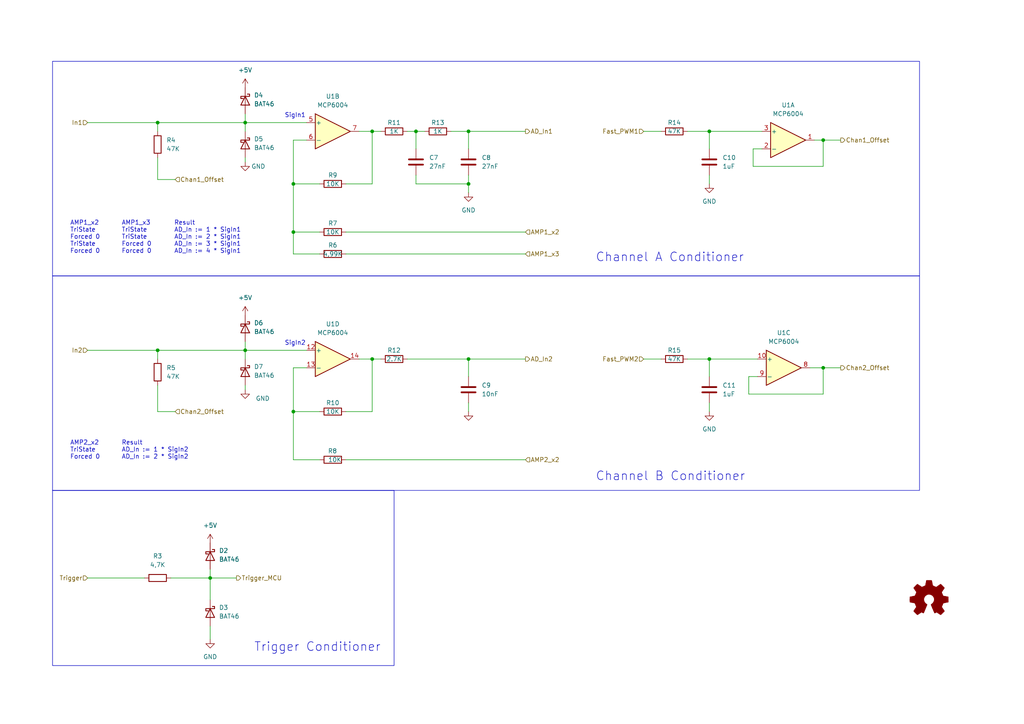
<source format=kicad_sch>
(kicad_sch (version 20230121) (generator eeschema)

  (uuid d7cb4205-a351-4467-8883-c7825cd897e7)

  (paper "A4")

  (title_block
    (title "LesScope")
    (date "2025-03-20")
    (rev "1.1")
    (company "ImoogDi")
    (comment 1 "CC BY-NC-SA")
  )

  (lib_symbols
    (symbol "Amplifier_Operational:MCP6004" (pin_names (offset 0.127)) (in_bom yes) (on_board yes)
      (property "Reference" "U" (at 0 5.08 0)
        (effects (font (size 1.27 1.27)) (justify left))
      )
      (property "Value" "MCP6004" (at 0 -5.08 0)
        (effects (font (size 1.27 1.27)) (justify left))
      )
      (property "Footprint" "" (at -1.27 2.54 0)
        (effects (font (size 1.27 1.27)) hide)
      )
      (property "Datasheet" "http://ww1.microchip.com/downloads/en/DeviceDoc/21733j.pdf" (at 1.27 5.08 0)
        (effects (font (size 1.27 1.27)) hide)
      )
      (property "ki_locked" "" (at 0 0 0)
        (effects (font (size 1.27 1.27)))
      )
      (property "ki_keywords" "quad opamp" (at 0 0 0)
        (effects (font (size 1.27 1.27)) hide)
      )
      (property "ki_description" "1MHz, Low-Power Op Amp, DIP-14/SOIC-14/TSSOP-14" (at 0 0 0)
        (effects (font (size 1.27 1.27)) hide)
      )
      (property "ki_fp_filters" "SOIC*3.9x8.7mm*P1.27mm* DIP*W7.62mm* TSSOP*4.4x5mm*P0.65mm* SSOP*5.3x6.2mm*P0.65mm* MSOP*3x3mm*P0.5mm*" (at 0 0 0)
        (effects (font (size 1.27 1.27)) hide)
      )
      (symbol "MCP6004_1_1"
        (polyline
          (pts
            (xy -5.08 5.08)
            (xy 5.08 0)
            (xy -5.08 -5.08)
            (xy -5.08 5.08)
          )
          (stroke (width 0.254) (type default))
          (fill (type background))
        )
        (pin output line (at 7.62 0 180) (length 2.54)
          (name "~" (effects (font (size 1.27 1.27))))
          (number "1" (effects (font (size 1.27 1.27))))
        )
        (pin input line (at -7.62 -2.54 0) (length 2.54)
          (name "-" (effects (font (size 1.27 1.27))))
          (number "2" (effects (font (size 1.27 1.27))))
        )
        (pin input line (at -7.62 2.54 0) (length 2.54)
          (name "+" (effects (font (size 1.27 1.27))))
          (number "3" (effects (font (size 1.27 1.27))))
        )
      )
      (symbol "MCP6004_2_1"
        (polyline
          (pts
            (xy -5.08 5.08)
            (xy 5.08 0)
            (xy -5.08 -5.08)
            (xy -5.08 5.08)
          )
          (stroke (width 0.254) (type default))
          (fill (type background))
        )
        (pin input line (at -7.62 2.54 0) (length 2.54)
          (name "+" (effects (font (size 1.27 1.27))))
          (number "5" (effects (font (size 1.27 1.27))))
        )
        (pin input line (at -7.62 -2.54 0) (length 2.54)
          (name "-" (effects (font (size 1.27 1.27))))
          (number "6" (effects (font (size 1.27 1.27))))
        )
        (pin output line (at 7.62 0 180) (length 2.54)
          (name "~" (effects (font (size 1.27 1.27))))
          (number "7" (effects (font (size 1.27 1.27))))
        )
      )
      (symbol "MCP6004_3_1"
        (polyline
          (pts
            (xy -5.08 5.08)
            (xy 5.08 0)
            (xy -5.08 -5.08)
            (xy -5.08 5.08)
          )
          (stroke (width 0.254) (type default))
          (fill (type background))
        )
        (pin input line (at -7.62 2.54 0) (length 2.54)
          (name "+" (effects (font (size 1.27 1.27))))
          (number "10" (effects (font (size 1.27 1.27))))
        )
        (pin output line (at 7.62 0 180) (length 2.54)
          (name "~" (effects (font (size 1.27 1.27))))
          (number "8" (effects (font (size 1.27 1.27))))
        )
        (pin input line (at -7.62 -2.54 0) (length 2.54)
          (name "-" (effects (font (size 1.27 1.27))))
          (number "9" (effects (font (size 1.27 1.27))))
        )
      )
      (symbol "MCP6004_4_1"
        (polyline
          (pts
            (xy -5.08 5.08)
            (xy 5.08 0)
            (xy -5.08 -5.08)
            (xy -5.08 5.08)
          )
          (stroke (width 0.254) (type default))
          (fill (type background))
        )
        (pin input line (at -7.62 2.54 0) (length 2.54)
          (name "+" (effects (font (size 1.27 1.27))))
          (number "12" (effects (font (size 1.27 1.27))))
        )
        (pin input line (at -7.62 -2.54 0) (length 2.54)
          (name "-" (effects (font (size 1.27 1.27))))
          (number "13" (effects (font (size 1.27 1.27))))
        )
        (pin output line (at 7.62 0 180) (length 2.54)
          (name "~" (effects (font (size 1.27 1.27))))
          (number "14" (effects (font (size 1.27 1.27))))
        )
      )
      (symbol "MCP6004_5_1"
        (pin power_in line (at -2.54 -7.62 90) (length 3.81)
          (name "V-" (effects (font (size 1.27 1.27))))
          (number "11" (effects (font (size 1.27 1.27))))
        )
        (pin power_in line (at -2.54 7.62 270) (length 3.81)
          (name "V+" (effects (font (size 1.27 1.27))))
          (number "4" (effects (font (size 1.27 1.27))))
        )
      )
    )
    (symbol "Device:C" (pin_numbers hide) (pin_names (offset 0.254)) (in_bom yes) (on_board yes)
      (property "Reference" "C" (at 0.635 2.54 0)
        (effects (font (size 1.27 1.27)) (justify left))
      )
      (property "Value" "C" (at 0.635 -2.54 0)
        (effects (font (size 1.27 1.27)) (justify left))
      )
      (property "Footprint" "" (at 0.9652 -3.81 0)
        (effects (font (size 1.27 1.27)) hide)
      )
      (property "Datasheet" "~" (at 0 0 0)
        (effects (font (size 1.27 1.27)) hide)
      )
      (property "ki_keywords" "cap capacitor" (at 0 0 0)
        (effects (font (size 1.27 1.27)) hide)
      )
      (property "ki_description" "Unpolarized capacitor" (at 0 0 0)
        (effects (font (size 1.27 1.27)) hide)
      )
      (property "ki_fp_filters" "C_*" (at 0 0 0)
        (effects (font (size 1.27 1.27)) hide)
      )
      (symbol "C_0_1"
        (polyline
          (pts
            (xy -2.032 -0.762)
            (xy 2.032 -0.762)
          )
          (stroke (width 0.508) (type default))
          (fill (type none))
        )
        (polyline
          (pts
            (xy -2.032 0.762)
            (xy 2.032 0.762)
          )
          (stroke (width 0.508) (type default))
          (fill (type none))
        )
      )
      (symbol "C_1_1"
        (pin passive line (at 0 3.81 270) (length 2.794)
          (name "~" (effects (font (size 1.27 1.27))))
          (number "1" (effects (font (size 1.27 1.27))))
        )
        (pin passive line (at 0 -3.81 90) (length 2.794)
          (name "~" (effects (font (size 1.27 1.27))))
          (number "2" (effects (font (size 1.27 1.27))))
        )
      )
    )
    (symbol "Device:R" (pin_numbers hide) (pin_names (offset 0)) (in_bom yes) (on_board yes)
      (property "Reference" "R" (at 2.032 0 90)
        (effects (font (size 1.27 1.27)))
      )
      (property "Value" "R" (at 0 0 90)
        (effects (font (size 1.27 1.27)))
      )
      (property "Footprint" "" (at -1.778 0 90)
        (effects (font (size 1.27 1.27)) hide)
      )
      (property "Datasheet" "~" (at 0 0 0)
        (effects (font (size 1.27 1.27)) hide)
      )
      (property "ki_keywords" "R res resistor" (at 0 0 0)
        (effects (font (size 1.27 1.27)) hide)
      )
      (property "ki_description" "Resistor" (at 0 0 0)
        (effects (font (size 1.27 1.27)) hide)
      )
      (property "ki_fp_filters" "R_*" (at 0 0 0)
        (effects (font (size 1.27 1.27)) hide)
      )
      (symbol "R_0_1"
        (rectangle (start -1.016 -2.54) (end 1.016 2.54)
          (stroke (width 0.254) (type default))
          (fill (type none))
        )
      )
      (symbol "R_1_1"
        (pin passive line (at 0 3.81 270) (length 1.27)
          (name "~" (effects (font (size 1.27 1.27))))
          (number "1" (effects (font (size 1.27 1.27))))
        )
        (pin passive line (at 0 -3.81 90) (length 1.27)
          (name "~" (effects (font (size 1.27 1.27))))
          (number "2" (effects (font (size 1.27 1.27))))
        )
      )
    )
    (symbol "Diode:BAT46" (pin_numbers hide) (pin_names (offset 1.016) hide) (in_bom yes) (on_board yes)
      (property "Reference" "D" (at 0 2.54 0)
        (effects (font (size 1.27 1.27)))
      )
      (property "Value" "BAT46" (at 0 -2.54 0)
        (effects (font (size 1.27 1.27)))
      )
      (property "Footprint" "Diode_THT:D_DO-35_SOD27_P7.62mm_Horizontal" (at 0 -4.445 0)
        (effects (font (size 1.27 1.27)) hide)
      )
      (property "Datasheet" "http://www.vishay.com/docs/85662/bat46.pdf" (at 0 0 0)
        (effects (font (size 1.27 1.27)) hide)
      )
      (property "ki_keywords" "diode Schottky" (at 0 0 0)
        (effects (font (size 1.27 1.27)) hide)
      )
      (property "ki_description" "100V 0.15A Small Signal Schottky Diode, DO-35" (at 0 0 0)
        (effects (font (size 1.27 1.27)) hide)
      )
      (property "ki_fp_filters" "D*DO?35*" (at 0 0 0)
        (effects (font (size 1.27 1.27)) hide)
      )
      (symbol "BAT46_0_1"
        (polyline
          (pts
            (xy 1.27 0)
            (xy -1.27 0)
          )
          (stroke (width 0) (type default))
          (fill (type none))
        )
        (polyline
          (pts
            (xy 1.27 1.27)
            (xy 1.27 -1.27)
            (xy -1.27 0)
            (xy 1.27 1.27)
          )
          (stroke (width 0.254) (type default))
          (fill (type none))
        )
        (polyline
          (pts
            (xy -1.905 0.635)
            (xy -1.905 1.27)
            (xy -1.27 1.27)
            (xy -1.27 -1.27)
            (xy -0.635 -1.27)
            (xy -0.635 -0.635)
          )
          (stroke (width 0.254) (type default))
          (fill (type none))
        )
      )
      (symbol "BAT46_1_1"
        (pin passive line (at -3.81 0 0) (length 2.54)
          (name "K" (effects (font (size 1.27 1.27))))
          (number "1" (effects (font (size 1.27 1.27))))
        )
        (pin passive line (at 3.81 0 180) (length 2.54)
          (name "A" (effects (font (size 1.27 1.27))))
          (number "2" (effects (font (size 1.27 1.27))))
        )
      )
    )
    (symbol "Graphic:Logo_Open_Hardware_Small" (in_bom no) (on_board no)
      (property "Reference" "#SYM" (at 0 6.985 0)
        (effects (font (size 1.27 1.27)) hide)
      )
      (property "Value" "Logo_Open_Hardware_Small" (at 0 -5.715 0)
        (effects (font (size 1.27 1.27)) hide)
      )
      (property "Footprint" "" (at 0 0 0)
        (effects (font (size 1.27 1.27)) hide)
      )
      (property "Datasheet" "~" (at 0 0 0)
        (effects (font (size 1.27 1.27)) hide)
      )
      (property "Sim.Enable" "0" (at 0 0 0)
        (effects (font (size 1.27 1.27)) hide)
      )
      (property "ki_keywords" "Logo" (at 0 0 0)
        (effects (font (size 1.27 1.27)) hide)
      )
      (property "ki_description" "Open Hardware logo, small" (at 0 0 0)
        (effects (font (size 1.27 1.27)) hide)
      )
      (symbol "Logo_Open_Hardware_Small_0_1"
        (polyline
          (pts
            (xy 3.3528 -4.3434)
            (xy 3.302 -4.318)
            (xy 3.175 -4.2418)
            (xy 2.9972 -4.1148)
            (xy 2.7686 -3.9624)
            (xy 2.54 -3.81)
            (xy 2.3622 -3.7084)
            (xy 2.2352 -3.6068)
            (xy 2.1844 -3.5814)
            (xy 2.159 -3.6068)
            (xy 2.0574 -3.6576)
            (xy 1.905 -3.7338)
            (xy 1.8034 -3.7846)
            (xy 1.6764 -3.8354)
            (xy 1.6002 -3.8354)
            (xy 1.6002 -3.8354)
            (xy 1.5494 -3.7338)
            (xy 1.4732 -3.5306)
            (xy 1.3462 -3.302)
            (xy 1.2446 -3.0226)
            (xy 1.1176 -2.7178)
            (xy 0.9652 -2.413)
            (xy 0.8636 -2.1082)
            (xy 0.7366 -1.8288)
            (xy 0.6604 -1.6256)
            (xy 0.6096 -1.4732)
            (xy 0.5842 -1.397)
            (xy 0.5842 -1.397)
            (xy 0.6604 -1.3208)
            (xy 0.7874 -1.2446)
            (xy 1.0414 -1.016)
            (xy 1.2954 -0.6858)
            (xy 1.4478 -0.3302)
            (xy 1.524 0.0762)
            (xy 1.4732 0.4572)
            (xy 1.3208 0.8128)
            (xy 1.0668 1.143)
            (xy 0.762 1.3716)
            (xy 0.4064 1.524)
            (xy 0 1.5748)
            (xy -0.381 1.5494)
            (xy -0.7366 1.397)
            (xy -1.0668 1.143)
            (xy -1.2192 0.9906)
            (xy -1.397 0.6604)
            (xy -1.524 0.3048)
            (xy -1.524 0.2286)
            (xy -1.4986 -0.1778)
            (xy -1.397 -0.5334)
            (xy -1.1938 -0.8636)
            (xy -0.9144 -1.143)
            (xy -0.8636 -1.1684)
            (xy -0.7366 -1.27)
            (xy -0.635 -1.3462)
            (xy -0.5842 -1.397)
            (xy -1.0668 -2.5908)
            (xy -1.143 -2.794)
            (xy -1.2954 -3.1242)
            (xy -1.397 -3.4036)
            (xy -1.4986 -3.6322)
            (xy -1.5748 -3.7846)
            (xy -1.6002 -3.8354)
            (xy -1.6002 -3.8354)
            (xy -1.651 -3.8354)
            (xy -1.7272 -3.81)
            (xy -1.905 -3.7338)
            (xy -2.0066 -3.683)
            (xy -2.1336 -3.6068)
            (xy -2.2098 -3.5814)
            (xy -2.2606 -3.6068)
            (xy -2.3622 -3.683)
            (xy -2.54 -3.81)
            (xy -2.7686 -3.9624)
            (xy -2.9718 -4.0894)
            (xy -3.1496 -4.2164)
            (xy -3.302 -4.318)
            (xy -3.3528 -4.3434)
            (xy -3.3782 -4.3434)
            (xy -3.429 -4.318)
            (xy -3.5306 -4.2164)
            (xy -3.7084 -4.064)
            (xy -3.937 -3.8354)
            (xy -3.9624 -3.81)
            (xy -4.1656 -3.6068)
            (xy -4.318 -3.4544)
            (xy -4.4196 -3.3274)
            (xy -4.445 -3.2766)
            (xy -4.445 -3.2766)
            (xy -4.4196 -3.2258)
            (xy -4.318 -3.0734)
            (xy -4.2164 -2.8956)
            (xy -4.064 -2.667)
            (xy -3.6576 -2.0828)
            (xy -3.8862 -1.5494)
            (xy -3.937 -1.3716)
            (xy -4.0386 -1.1684)
            (xy -4.0894 -1.0414)
            (xy -4.1148 -0.9652)
            (xy -4.191 -0.9398)
            (xy -4.318 -0.9144)
            (xy -4.5466 -0.8636)
            (xy -4.8006 -0.8128)
            (xy -5.0546 -0.7874)
            (xy -5.2578 -0.7366)
            (xy -5.4356 -0.7112)
            (xy -5.5118 -0.6858)
            (xy -5.5118 -0.6858)
            (xy -5.5372 -0.635)
            (xy -5.5372 -0.5588)
            (xy -5.5372 -0.4318)
            (xy -5.5626 -0.2286)
            (xy -5.5626 0.0762)
            (xy -5.5626 0.127)
            (xy -5.5372 0.4064)
            (xy -5.5372 0.635)
            (xy -5.5372 0.762)
            (xy -5.5372 0.8382)
            (xy -5.5372 0.8382)
            (xy -5.461 0.8382)
            (xy -5.3086 0.889)
            (xy -5.08 0.9144)
            (xy -4.826 0.9652)
            (xy -4.8006 0.9906)
            (xy -4.5466 1.0414)
            (xy -4.318 1.0668)
            (xy -4.1656 1.1176)
            (xy -4.0894 1.143)
            (xy -4.0894 1.143)
            (xy -4.0386 1.2446)
            (xy -3.9624 1.4224)
            (xy -3.8608 1.6256)
            (xy -3.7846 1.8288)
            (xy -3.7084 2.0066)
            (xy -3.6576 2.159)
            (xy -3.6322 2.2098)
            (xy -3.6322 2.2098)
            (xy -3.683 2.286)
            (xy -3.7592 2.413)
            (xy -3.8862 2.5908)
            (xy -4.064 2.8194)
            (xy -4.064 2.8448)
            (xy -4.2164 3.0734)
            (xy -4.3434 3.2512)
            (xy -4.4196 3.3782)
            (xy -4.445 3.4544)
            (xy -4.445 3.4544)
            (xy -4.3942 3.5052)
            (xy -4.2926 3.6322)
            (xy -4.1148 3.81)
            (xy -3.937 4.0132)
            (xy -3.8608 4.064)
            (xy -3.6576 4.2926)
            (xy -3.5052 4.4196)
            (xy -3.4036 4.4958)
            (xy -3.3528 4.5212)
            (xy -3.3528 4.5212)
            (xy -3.302 4.4704)
            (xy -3.1496 4.3688)
            (xy -2.9718 4.2418)
            (xy -2.7432 4.0894)
            (xy -2.7178 4.0894)
            (xy -2.4892 3.937)
            (xy -2.3114 3.81)
            (xy -2.1844 3.7084)
            (xy -2.1336 3.683)
            (xy -2.1082 3.683)
            (xy -2.032 3.7084)
            (xy -1.8542 3.7592)
            (xy -1.6764 3.8354)
            (xy -1.4732 3.937)
            (xy -1.27 4.0132)
            (xy -1.143 4.064)
            (xy -1.0668 4.1148)
            (xy -1.0668 4.1148)
            (xy -1.0414 4.191)
            (xy -1.016 4.3434)
            (xy -0.9652 4.572)
            (xy -0.9144 4.8514)
            (xy -0.889 4.9022)
            (xy -0.8382 5.1562)
            (xy -0.8128 5.3848)
            (xy -0.7874 5.5372)
            (xy -0.762 5.588)
            (xy -0.7112 5.6134)
            (xy -0.5842 5.6134)
            (xy -0.4064 5.6134)
            (xy -0.1524 5.6134)
            (xy 0.0762 5.6134)
            (xy 0.3302 5.6134)
            (xy 0.5334 5.6134)
            (xy 0.6858 5.588)
            (xy 0.7366 5.588)
            (xy 0.7366 5.588)
            (xy 0.762 5.5118)
            (xy 0.8128 5.334)
            (xy 0.8382 5.1054)
            (xy 0.9144 4.826)
            (xy 0.9144 4.7752)
            (xy 0.9652 4.5212)
            (xy 1.016 4.2926)
            (xy 1.0414 4.1402)
            (xy 1.0668 4.0894)
            (xy 1.0668 4.0894)
            (xy 1.1938 4.0386)
            (xy 1.3716 3.9624)
            (xy 1.5748 3.8608)
            (xy 2.0828 3.6576)
            (xy 2.7178 4.0894)
            (xy 2.7686 4.1402)
            (xy 2.9972 4.2926)
            (xy 3.175 4.4196)
            (xy 3.302 4.4958)
            (xy 3.3782 4.5212)
            (xy 3.3782 4.5212)
            (xy 3.429 4.4704)
            (xy 3.556 4.3434)
            (xy 3.7338 4.191)
            (xy 3.9116 3.9878)
            (xy 4.064 3.8354)
            (xy 4.2418 3.6576)
            (xy 4.3434 3.556)
            (xy 4.4196 3.4798)
            (xy 4.4196 3.429)
            (xy 4.4196 3.4036)
            (xy 4.3942 3.3274)
            (xy 4.2926 3.2004)
            (xy 4.1656 2.9972)
            (xy 4.0132 2.794)
            (xy 3.8862 2.5908)
            (xy 3.7592 2.3876)
            (xy 3.6576 2.2352)
            (xy 3.6322 2.159)
            (xy 3.6322 2.1336)
            (xy 3.683 2.0066)
            (xy 3.7592 1.8288)
            (xy 3.8608 1.6002)
            (xy 4.064 1.1176)
            (xy 4.3942 1.0414)
            (xy 4.5974 1.016)
            (xy 4.8768 0.9652)
            (xy 5.1308 0.9144)
            (xy 5.5372 0.8382)
            (xy 5.5626 -0.6604)
            (xy 5.4864 -0.6858)
            (xy 5.4356 -0.6858)
            (xy 5.2832 -0.7366)
            (xy 5.0546 -0.762)
            (xy 4.8006 -0.8128)
            (xy 4.5974 -0.8636)
            (xy 4.3688 -0.9144)
            (xy 4.2164 -0.9398)
            (xy 4.1402 -0.9398)
            (xy 4.1148 -0.9652)
            (xy 4.064 -1.0668)
            (xy 3.9878 -1.2446)
            (xy 3.9116 -1.4478)
            (xy 3.81 -1.651)
            (xy 3.7338 -1.8542)
            (xy 3.683 -2.0066)
            (xy 3.6576 -2.0828)
            (xy 3.683 -2.1336)
            (xy 3.7846 -2.2606)
            (xy 3.8862 -2.4638)
            (xy 4.0386 -2.667)
            (xy 4.191 -2.8956)
            (xy 4.318 -3.0734)
            (xy 4.3942 -3.2004)
            (xy 4.445 -3.2766)
            (xy 4.4196 -3.3274)
            (xy 4.3434 -3.429)
            (xy 4.1656 -3.5814)
            (xy 3.937 -3.8354)
            (xy 3.8862 -3.8608)
            (xy 3.683 -4.064)
            (xy 3.5306 -4.2164)
            (xy 3.4036 -4.318)
            (xy 3.3528 -4.3434)
          )
          (stroke (width 0) (type default))
          (fill (type outline))
        )
      )
    )
    (symbol "power:+5V" (power) (pin_names (offset 0)) (in_bom yes) (on_board yes)
      (property "Reference" "#PWR" (at 0 -3.81 0)
        (effects (font (size 1.27 1.27)) hide)
      )
      (property "Value" "+5V" (at 0 3.556 0)
        (effects (font (size 1.27 1.27)))
      )
      (property "Footprint" "" (at 0 0 0)
        (effects (font (size 1.27 1.27)) hide)
      )
      (property "Datasheet" "" (at 0 0 0)
        (effects (font (size 1.27 1.27)) hide)
      )
      (property "ki_keywords" "global power" (at 0 0 0)
        (effects (font (size 1.27 1.27)) hide)
      )
      (property "ki_description" "Power symbol creates a global label with name \"+5V\"" (at 0 0 0)
        (effects (font (size 1.27 1.27)) hide)
      )
      (symbol "+5V_0_1"
        (polyline
          (pts
            (xy -0.762 1.27)
            (xy 0 2.54)
          )
          (stroke (width 0) (type default))
          (fill (type none))
        )
        (polyline
          (pts
            (xy 0 0)
            (xy 0 2.54)
          )
          (stroke (width 0) (type default))
          (fill (type none))
        )
        (polyline
          (pts
            (xy 0 2.54)
            (xy 0.762 1.27)
          )
          (stroke (width 0) (type default))
          (fill (type none))
        )
      )
      (symbol "+5V_1_1"
        (pin power_in line (at 0 0 90) (length 0) hide
          (name "+5V" (effects (font (size 1.27 1.27))))
          (number "1" (effects (font (size 1.27 1.27))))
        )
      )
    )
    (symbol "power:GND" (power) (pin_names (offset 0)) (in_bom yes) (on_board yes)
      (property "Reference" "#PWR" (at 0 -6.35 0)
        (effects (font (size 1.27 1.27)) hide)
      )
      (property "Value" "GND" (at 0 -3.81 0)
        (effects (font (size 1.27 1.27)))
      )
      (property "Footprint" "" (at 0 0 0)
        (effects (font (size 1.27 1.27)) hide)
      )
      (property "Datasheet" "" (at 0 0 0)
        (effects (font (size 1.27 1.27)) hide)
      )
      (property "ki_keywords" "global power" (at 0 0 0)
        (effects (font (size 1.27 1.27)) hide)
      )
      (property "ki_description" "Power symbol creates a global label with name \"GND\" , ground" (at 0 0 0)
        (effects (font (size 1.27 1.27)) hide)
      )
      (symbol "GND_0_1"
        (polyline
          (pts
            (xy 0 0)
            (xy 0 -1.27)
            (xy 1.27 -1.27)
            (xy 0 -2.54)
            (xy -1.27 -1.27)
            (xy 0 -1.27)
          )
          (stroke (width 0) (type default))
          (fill (type none))
        )
      )
      (symbol "GND_1_1"
        (pin power_in line (at 0 0 270) (length 0) hide
          (name "GND" (effects (font (size 1.27 1.27))))
          (number "1" (effects (font (size 1.27 1.27))))
        )
      )
    )
  )

  (junction (at 135.89 38.1) (diameter 0) (color 0 0 0 0)
    (uuid 03dcfc32-e004-4285-aab7-2ac1ccada511)
  )
  (junction (at 107.95 38.1) (diameter 0) (color 0 0 0 0)
    (uuid 1cca3e1a-1085-4dc7-8f30-43ce8134308d)
  )
  (junction (at 85.09 67.31) (diameter 0) (color 0 0 0 0)
    (uuid 42cbd34b-f65d-49dc-85b0-6d3b4dd38b4b)
  )
  (junction (at 238.76 106.68) (diameter 0) (color 0 0 0 0)
    (uuid 512d3f61-e12b-46ce-9741-c63428b5d7bb)
  )
  (junction (at 71.12 35.56) (diameter 0) (color 0 0 0 0)
    (uuid 5b3338b1-62ae-4d8f-acdd-2a56dd0b1cfa)
  )
  (junction (at 85.09 119.38) (diameter 0) (color 0 0 0 0)
    (uuid 61ff22de-6598-452b-b4ba-ad2485106cb5)
  )
  (junction (at 45.72 101.6) (diameter 0) (color 0 0 0 0)
    (uuid 6263433c-5165-4033-a492-a6567ba10520)
  )
  (junction (at 238.76 40.64) (diameter 0) (color 0 0 0 0)
    (uuid 7503b0b1-ff44-46a3-87ee-1d59d1fd3548)
  )
  (junction (at 120.65 38.1) (diameter 0) (color 0 0 0 0)
    (uuid 7af286d2-fef6-49ea-85fa-0a737200257a)
  )
  (junction (at 71.12 101.6) (diameter 0) (color 0 0 0 0)
    (uuid 8017e84a-120b-467a-9d3b-e7517b9e4da3)
  )
  (junction (at 205.74 38.1) (diameter 0) (color 0 0 0 0)
    (uuid 8063fe32-ab53-463b-8835-06fd780f4cd6)
  )
  (junction (at 85.09 53.34) (diameter 0) (color 0 0 0 0)
    (uuid 8119b877-cc00-4291-9b64-e24da151d97e)
  )
  (junction (at 205.74 104.14) (diameter 0) (color 0 0 0 0)
    (uuid ac7458f9-87d5-41a9-ab3f-788dbeda6fdf)
  )
  (junction (at 135.89 53.34) (diameter 0) (color 0 0 0 0)
    (uuid c712049b-9449-4dc9-bf9c-09be0e21cf11)
  )
  (junction (at 107.95 104.14) (diameter 0) (color 0 0 0 0)
    (uuid ce9a839b-5d1b-4c91-a866-712f468e0b66)
  )
  (junction (at 60.96 167.64) (diameter 0) (color 0 0 0 0)
    (uuid d5fa1b0e-b144-4e18-b586-41d0677bec81)
  )
  (junction (at 135.89 104.14) (diameter 0) (color 0 0 0 0)
    (uuid e1872b4e-06cf-46e9-8299-2e275e758de2)
  )
  (junction (at 45.72 35.56) (diameter 0) (color 0 0 0 0)
    (uuid ee641310-0552-4246-8635-3147005d109a)
  )

  (wire (pts (xy 45.72 35.56) (xy 71.12 35.56))
    (stroke (width 0) (type default))
    (uuid 0a2b4e5e-18c9-439b-bb2d-48f99e1b1472)
  )
  (wire (pts (xy 104.14 104.14) (xy 107.95 104.14))
    (stroke (width 0) (type default))
    (uuid 0d0c7b86-e7ea-4418-a7c5-539c12b7e53b)
  )
  (wire (pts (xy 85.09 40.64) (xy 85.09 53.34))
    (stroke (width 0) (type default))
    (uuid 17d627c9-287d-49a7-9ee0-a4b7c818d08a)
  )
  (wire (pts (xy 100.33 67.31) (xy 152.4 67.31))
    (stroke (width 0) (type default))
    (uuid 18a12fbd-1301-4ba8-b7ad-8170323181fd)
  )
  (wire (pts (xy 71.12 99.06) (xy 71.12 101.6))
    (stroke (width 0) (type default))
    (uuid 1ac96476-6a36-4c67-be6a-85ab657c6fe4)
  )
  (wire (pts (xy 130.81 38.1) (xy 135.89 38.1))
    (stroke (width 0) (type default))
    (uuid 1b789d08-bd04-4953-8a5d-1e1b92f644fc)
  )
  (wire (pts (xy 118.11 104.14) (xy 135.89 104.14))
    (stroke (width 0) (type default))
    (uuid 1f3cc665-188c-42f1-8f4f-60bef8e7bfe3)
  )
  (wire (pts (xy 45.72 101.6) (xy 45.72 104.14))
    (stroke (width 0) (type default))
    (uuid 1f5e68cd-5480-491f-87e2-9a895d8ffec7)
  )
  (wire (pts (xy 71.12 35.56) (xy 88.9 35.56))
    (stroke (width 0) (type default))
    (uuid 20c09dcc-c541-4332-8574-1d9038ade390)
  )
  (wire (pts (xy 50.8 119.38) (xy 45.72 119.38))
    (stroke (width 0) (type default))
    (uuid 21a55adc-57da-4567-820a-f6e6fb4ef1ec)
  )
  (wire (pts (xy 220.98 43.18) (xy 218.44 43.18))
    (stroke (width 0) (type default))
    (uuid 23bef501-0cb0-4dfd-b895-f4e525d89e06)
  )
  (wire (pts (xy 71.12 33.02) (xy 71.12 35.56))
    (stroke (width 0) (type default))
    (uuid 24b37db2-4c8c-4bc4-9fda-6f70ffcab43f)
  )
  (wire (pts (xy 135.89 104.14) (xy 152.4 104.14))
    (stroke (width 0) (type default))
    (uuid 2531769c-a33c-466c-920d-e20fcfe059d8)
  )
  (wire (pts (xy 205.74 104.14) (xy 219.71 104.14))
    (stroke (width 0) (type default))
    (uuid 26d8b794-d4c3-4314-b5cc-022d7d8577aa)
  )
  (wire (pts (xy 135.89 104.14) (xy 135.89 109.22))
    (stroke (width 0) (type default))
    (uuid 28777e95-0aae-4aa6-92d0-0a62bf782ddc)
  )
  (wire (pts (xy 85.09 119.38) (xy 85.09 133.35))
    (stroke (width 0) (type default))
    (uuid 2dacdb48-e77a-4ca7-b4e5-63d879287c94)
  )
  (wire (pts (xy 107.95 104.14) (xy 107.95 119.38))
    (stroke (width 0) (type default))
    (uuid 31eb34a0-f825-443b-a3bd-cd7bb632b1ce)
  )
  (wire (pts (xy 85.09 53.34) (xy 92.71 53.34))
    (stroke (width 0) (type default))
    (uuid 3a3af4ee-c5ce-4cd3-94b2-9189ca818282)
  )
  (wire (pts (xy 120.65 38.1) (xy 123.19 38.1))
    (stroke (width 0) (type default))
    (uuid 3aff379c-6176-47c3-8f34-60f9b1b38c69)
  )
  (wire (pts (xy 71.12 46.99) (xy 71.12 45.72))
    (stroke (width 0) (type default))
    (uuid 3c405eea-25f1-4e30-b60f-1ca90fe8ad47)
  )
  (wire (pts (xy 49.53 167.64) (xy 60.96 167.64))
    (stroke (width 0) (type default))
    (uuid 4359ed82-40c2-4a2b-8375-a93ffa20c6f8)
  )
  (wire (pts (xy 234.95 106.68) (xy 238.76 106.68))
    (stroke (width 0) (type default))
    (uuid 4364590f-5424-4da9-9ca6-eb8bdf027926)
  )
  (wire (pts (xy 92.71 73.66) (xy 85.09 73.66))
    (stroke (width 0) (type default))
    (uuid 438d08e0-7065-46c0-9647-976c3cbbf3d9)
  )
  (wire (pts (xy 107.95 38.1) (xy 110.49 38.1))
    (stroke (width 0) (type default))
    (uuid 44c420b5-6c3b-44aa-bfac-5760e364f106)
  )
  (wire (pts (xy 60.96 165.1) (xy 60.96 167.64))
    (stroke (width 0) (type default))
    (uuid 4992d0f1-1d95-4c3c-91fb-ac01f990dc34)
  )
  (wire (pts (xy 45.72 45.72) (xy 45.72 52.07))
    (stroke (width 0) (type default))
    (uuid 53092cca-ef46-495a-8ef1-5ea53a705eec)
  )
  (wire (pts (xy 45.72 101.6) (xy 71.12 101.6))
    (stroke (width 0) (type default))
    (uuid 53badf29-7ba7-4a8b-a300-8318a6201a1a)
  )
  (wire (pts (xy 217.17 114.3) (xy 238.76 114.3))
    (stroke (width 0) (type default))
    (uuid 55e1173a-0f01-4abf-846f-718584a0c1e7)
  )
  (wire (pts (xy 218.44 43.18) (xy 218.44 48.26))
    (stroke (width 0) (type default))
    (uuid 56cdf878-be6a-4111-aafd-79e66e439bd8)
  )
  (wire (pts (xy 71.12 35.56) (xy 71.12 38.1))
    (stroke (width 0) (type default))
    (uuid 5ca36233-0316-4b47-bda9-9b841b22fd48)
  )
  (wire (pts (xy 186.69 38.1) (xy 191.77 38.1))
    (stroke (width 0) (type default))
    (uuid 5d761c72-71b9-4081-97cc-8ddc9f53dd76)
  )
  (wire (pts (xy 60.96 181.61) (xy 60.96 185.42))
    (stroke (width 0) (type default))
    (uuid 63957d5c-2cf0-4c88-8334-1becef9a982c)
  )
  (wire (pts (xy 104.14 38.1) (xy 107.95 38.1))
    (stroke (width 0) (type default))
    (uuid 662209b1-c993-42b5-a318-bab82b819e6f)
  )
  (wire (pts (xy 120.65 50.8) (xy 120.65 53.34))
    (stroke (width 0) (type default))
    (uuid 680115cc-d7e0-4c4b-b0e2-2b09864241da)
  )
  (wire (pts (xy 107.95 104.14) (xy 110.49 104.14))
    (stroke (width 0) (type default))
    (uuid 6829ab05-5f16-40cc-b2c6-541978d21b98)
  )
  (wire (pts (xy 100.33 73.66) (xy 152.4 73.66))
    (stroke (width 0) (type default))
    (uuid 69452097-e79a-440b-b7d3-7d90c0213fca)
  )
  (wire (pts (xy 60.96 167.64) (xy 60.96 173.99))
    (stroke (width 0) (type default))
    (uuid 735782e3-ebcc-47a8-a30c-4beded8d3f6a)
  )
  (wire (pts (xy 205.74 50.8) (xy 205.74 53.34))
    (stroke (width 0) (type default))
    (uuid 7897409a-c843-4cfa-9d1c-33aa00d4518e)
  )
  (wire (pts (xy 135.89 53.34) (xy 120.65 53.34))
    (stroke (width 0) (type default))
    (uuid 78f61a7f-763d-481c-9c9c-fce793c96df8)
  )
  (wire (pts (xy 120.65 38.1) (xy 120.65 43.18))
    (stroke (width 0) (type default))
    (uuid 7b6f406b-569e-4abc-b8a4-9ee5a1f1d49c)
  )
  (wire (pts (xy 236.22 40.64) (xy 238.76 40.64))
    (stroke (width 0) (type default))
    (uuid 7cdac18b-4a30-4a52-9efc-a67a5deb81ee)
  )
  (wire (pts (xy 45.72 111.76) (xy 45.72 119.38))
    (stroke (width 0) (type default))
    (uuid 81c80d04-a8e8-4136-b1b7-f2e6906fc63d)
  )
  (wire (pts (xy 25.4 101.6) (xy 45.72 101.6))
    (stroke (width 0) (type default))
    (uuid 8c207395-433c-4633-8942-15aeba85f13f)
  )
  (wire (pts (xy 45.72 35.56) (xy 45.72 38.1))
    (stroke (width 0) (type default))
    (uuid 8e22f2c6-19be-4106-b956-2f00d259177c)
  )
  (wire (pts (xy 205.74 38.1) (xy 220.98 38.1))
    (stroke (width 0) (type default))
    (uuid 8e50314c-7265-4c7a-b699-89225682a234)
  )
  (wire (pts (xy 85.09 53.34) (xy 85.09 67.31))
    (stroke (width 0) (type default))
    (uuid 8f62c586-55ab-434a-a369-b63e44aab455)
  )
  (wire (pts (xy 118.11 38.1) (xy 120.65 38.1))
    (stroke (width 0) (type default))
    (uuid 9437f741-3d28-454e-9ef7-a86da7ea3c01)
  )
  (wire (pts (xy 135.89 38.1) (xy 135.89 43.18))
    (stroke (width 0) (type default))
    (uuid 94679a8c-961e-454f-a546-88e6c99acd9f)
  )
  (wire (pts (xy 71.12 101.6) (xy 71.12 104.14))
    (stroke (width 0) (type default))
    (uuid 95235e6e-ef94-4db9-9894-801e53a6d466)
  )
  (wire (pts (xy 25.4 167.64) (xy 41.91 167.64))
    (stroke (width 0) (type default))
    (uuid 96603a0e-658e-48a4-b9f9-b95d99c77621)
  )
  (wire (pts (xy 135.89 38.1) (xy 152.4 38.1))
    (stroke (width 0) (type default))
    (uuid 9dfb2bf3-f66d-4296-8ce9-9f5e7671f571)
  )
  (wire (pts (xy 85.09 67.31) (xy 92.71 67.31))
    (stroke (width 0) (type default))
    (uuid a18d5d1d-9bdd-42ab-83ac-66751c9d9563)
  )
  (wire (pts (xy 135.89 50.8) (xy 135.89 53.34))
    (stroke (width 0) (type default))
    (uuid a6065b17-ecb8-4d38-be7b-014a9100643c)
  )
  (wire (pts (xy 85.09 40.64) (xy 88.9 40.64))
    (stroke (width 0) (type default))
    (uuid abf886c5-1647-4ddf-9d00-cdbdfe0634b8)
  )
  (wire (pts (xy 85.09 106.68) (xy 85.09 119.38))
    (stroke (width 0) (type default))
    (uuid ada854c4-eebf-4841-aa98-2f9acfc58abc)
  )
  (wire (pts (xy 60.96 167.64) (xy 68.58 167.64))
    (stroke (width 0) (type default))
    (uuid adc38d3e-aad6-4655-82c9-cf1926f4edbc)
  )
  (wire (pts (xy 199.39 38.1) (xy 205.74 38.1))
    (stroke (width 0) (type default))
    (uuid ae07559e-5483-4ac5-98da-4a4313b1bf88)
  )
  (wire (pts (xy 85.09 119.38) (xy 92.71 119.38))
    (stroke (width 0) (type default))
    (uuid b2e46019-a50a-48cc-9d21-487bbecf36c7)
  )
  (wire (pts (xy 238.76 106.68) (xy 243.84 106.68))
    (stroke (width 0) (type default))
    (uuid bd14b6e4-c0e1-493c-af0a-7c06d9715f39)
  )
  (wire (pts (xy 238.76 48.26) (xy 238.76 40.64))
    (stroke (width 0) (type default))
    (uuid c218b527-2811-46c0-b0b1-f7a5b2510876)
  )
  (wire (pts (xy 88.9 106.68) (xy 85.09 106.68))
    (stroke (width 0) (type default))
    (uuid c4ee1837-1d07-42b9-84e3-c8190bfb918d)
  )
  (wire (pts (xy 219.71 109.22) (xy 217.17 109.22))
    (stroke (width 0) (type default))
    (uuid c503831c-c231-4c4f-85fe-0226e5c031ea)
  )
  (wire (pts (xy 71.12 111.76) (xy 71.12 113.03))
    (stroke (width 0) (type default))
    (uuid ca1a763c-a38d-4f3b-aae1-973d16895e47)
  )
  (wire (pts (xy 205.74 104.14) (xy 205.74 109.22))
    (stroke (width 0) (type default))
    (uuid cbd93b21-c750-4e1e-88ed-699c6ac8143c)
  )
  (wire (pts (xy 135.89 116.84) (xy 135.89 119.38))
    (stroke (width 0) (type default))
    (uuid cf0ba819-72b4-490a-bc37-01ef37fb440d)
  )
  (wire (pts (xy 25.4 35.56) (xy 45.72 35.56))
    (stroke (width 0) (type default))
    (uuid cf8209aa-61fe-4271-960f-17f408d72110)
  )
  (wire (pts (xy 199.39 104.14) (xy 205.74 104.14))
    (stroke (width 0) (type default))
    (uuid cfbda057-56f7-450b-95bc-a30d72eba5f2)
  )
  (wire (pts (xy 100.33 133.35) (xy 152.4 133.35))
    (stroke (width 0) (type default))
    (uuid d12b4ea3-73c5-4f97-a372-0499ce23ca0f)
  )
  (wire (pts (xy 85.09 133.35) (xy 92.71 133.35))
    (stroke (width 0) (type default))
    (uuid d6381b03-ebd8-4c81-aeb4-0c9e36b87ae8)
  )
  (wire (pts (xy 100.33 119.38) (xy 107.95 119.38))
    (stroke (width 0) (type default))
    (uuid d7a9f71e-8b29-4066-a20d-6f978165ebda)
  )
  (wire (pts (xy 71.12 101.6) (xy 88.9 101.6))
    (stroke (width 0) (type default))
    (uuid dc4fb4f4-3447-467f-9a37-09661002e8be)
  )
  (wire (pts (xy 135.89 53.34) (xy 135.89 55.88))
    (stroke (width 0) (type default))
    (uuid e08c9ed8-c09f-4cf5-881b-883cf6b9732d)
  )
  (wire (pts (xy 217.17 109.22) (xy 217.17 114.3))
    (stroke (width 0) (type default))
    (uuid e3c8bc2d-bba0-4ccd-b8ef-d71b45e45491)
  )
  (wire (pts (xy 205.74 116.84) (xy 205.74 119.38))
    (stroke (width 0) (type default))
    (uuid e41e6852-f951-44b1-83a7-2c38da15b60b)
  )
  (wire (pts (xy 50.8 52.07) (xy 45.72 52.07))
    (stroke (width 0) (type default))
    (uuid e4ce8a2e-038c-4fd7-a3a0-b62088f01ed3)
  )
  (wire (pts (xy 238.76 40.64) (xy 243.84 40.64))
    (stroke (width 0) (type default))
    (uuid eda2231b-cb4a-4c93-879f-a83575f1890f)
  )
  (wire (pts (xy 218.44 48.26) (xy 238.76 48.26))
    (stroke (width 0) (type default))
    (uuid ee566474-2f4c-41de-9be3-502e59d78df4)
  )
  (wire (pts (xy 85.09 73.66) (xy 85.09 67.31))
    (stroke (width 0) (type default))
    (uuid f17defd0-9bfc-41bd-b483-135ff9c51aca)
  )
  (wire (pts (xy 186.69 104.14) (xy 191.77 104.14))
    (stroke (width 0) (type default))
    (uuid f202daed-e642-41e8-bdc4-ff6c41e96a56)
  )
  (wire (pts (xy 205.74 38.1) (xy 205.74 43.18))
    (stroke (width 0) (type default))
    (uuid f4c2297f-cc77-4e3c-a219-4c751b19e10f)
  )
  (wire (pts (xy 238.76 114.3) (xy 238.76 106.68))
    (stroke (width 0) (type default))
    (uuid f4e0c276-cdfa-4bf4-b7cc-530935edb4a2)
  )
  (wire (pts (xy 100.33 53.34) (xy 107.95 53.34))
    (stroke (width 0) (type default))
    (uuid f6c496d7-95a8-4d02-b995-4721e55b3dd5)
  )
  (wire (pts (xy 107.95 38.1) (xy 107.95 53.34))
    (stroke (width 0) (type default))
    (uuid fafbbd28-9859-403a-b40c-d18c036ea56d)
  )

  (rectangle (start 15.24 17.78) (end 266.7 80.01)
    (stroke (width 0) (type default))
    (fill (type none))
    (uuid 0734dcd9-f8fa-40c3-a27d-f2e9a30a7827)
  )
  (rectangle (start 15.24 142.24) (end 114.3 193.04)
    (stroke (width 0) (type default))
    (fill (type none))
    (uuid 620e98d2-68fb-445f-9aad-9570e1025305)
  )
  (rectangle (start 15.24 80.01) (end 266.7 142.24)
    (stroke (width 0) (type default))
    (fill (type none))
    (uuid c465918f-9e5b-402f-a71a-17db52b6be3a)
  )

  (text "AMP2_x2		Result\nTriState	AD_In := 1 * SigIn2\nForced 0	AD_In := 2 * SigIn2\n"
    (at 20.32 133.35 0)
    (effects (font (size 1.27 1.27)) (justify left bottom))
    (uuid 0f5651f8-adf5-4372-b6b0-9b0dd361f93d)
  )
  (text "Channel A Conditioner" (at 172.72 76.2 0)
    (effects (font (size 2.54 2.54)) (justify left bottom))
    (uuid 1b75904e-6782-409b-8e35-af23dbed7bae)
  )
  (text "Trigger Conditioner" (at 73.66 189.23 0)
    (effects (font (size 2.54 2.54)) (justify left bottom))
    (uuid 1cbca641-46f8-46e1-851a-954ef44d60eb)
  )
  (text "SigIn2" (at 82.55 100.33 0)
    (effects (font (size 1.27 1.27)) (justify left bottom))
    (uuid 2af7e1be-c500-46be-88a4-cdc7f8beed02)
  )
  (text "AMP1_x2		AMP1_x3		Result\nTriState	TriState	AD_In := 1 * SigIn1\nForced 0	TriState	AD_In := 2 * SigIn1\nTriState	Forced 0	AD_In := 3 * SigIn1\nForced 0	Forced 0	AD_In := 4 * SigIn1\n"
    (at 20.32 73.66 0)
    (effects (font (size 1.27 1.27)) (justify left bottom))
    (uuid a9fc0be2-9a31-441b-b741-46871e9e38f9)
  )
  (text "Channel B Conditioner" (at 172.72 139.7 0)
    (effects (font (size 2.54 2.54)) (justify left bottom))
    (uuid b9eefe3e-e4be-4ccb-a689-205cd0cdc2b5)
  )
  (text "SigIn1" (at 82.55 34.29 0)
    (effects (font (size 1.27 1.27)) (justify left bottom))
    (uuid eaa6abe5-cadb-47a2-b1d8-7d7b7e27e1e9)
  )

  (hierarchical_label "Chan1_Offset" (shape input) (at 50.8 52.07 0) (fields_autoplaced)
    (effects (font (size 1.27 1.27)) (justify left))
    (uuid 0716ff86-be89-46df-bebd-a1adbf237f3e)
  )
  (hierarchical_label "Fast_PWM1" (shape input) (at 186.69 38.1 180) (fields_autoplaced)
    (effects (font (size 1.27 1.27)) (justify right))
    (uuid 2145bd18-bad7-4be4-9b2c-1f38c478d50e)
  )
  (hierarchical_label "In2" (shape input) (at 25.4 101.6 180) (fields_autoplaced)
    (effects (font (size 1.27 1.27)) (justify right))
    (uuid 2f3fd14a-a84a-40ef-897e-01f47d913a8a)
  )
  (hierarchical_label "AMP2_x2" (shape input) (at 152.4 133.35 0) (fields_autoplaced)
    (effects (font (size 1.27 1.27)) (justify left))
    (uuid 344ee200-353e-4ced-b969-b2412ef4ebf3)
  )
  (hierarchical_label "Trigger_MCU" (shape output) (at 68.58 167.64 0) (fields_autoplaced)
    (effects (font (size 1.27 1.27)) (justify left))
    (uuid 5500e910-7c78-49bc-b5b8-bb08990260de)
  )
  (hierarchical_label "Chan1_Offset" (shape output) (at 243.84 40.64 0) (fields_autoplaced)
    (effects (font (size 1.27 1.27)) (justify left))
    (uuid 6913626e-0f6f-4a3d-abee-b72c21cfb9ab)
  )
  (hierarchical_label "AD_In1" (shape output) (at 152.4 38.1 0) (fields_autoplaced)
    (effects (font (size 1.27 1.27)) (justify left))
    (uuid 6c46169b-332d-4aa0-94d0-cae7b4871731)
  )
  (hierarchical_label "In1" (shape input) (at 25.4 35.56 180) (fields_autoplaced)
    (effects (font (size 1.27 1.27)) (justify right))
    (uuid 6c9e9fd4-7223-4c3a-b11b-067b56cc2c92)
  )
  (hierarchical_label "AD_In2" (shape output) (at 152.4 104.14 0) (fields_autoplaced)
    (effects (font (size 1.27 1.27)) (justify left))
    (uuid 6f78d833-c3ae-4ee8-b843-ac1da9596bd6)
  )
  (hierarchical_label "Trigger" (shape input) (at 25.4 167.64 180) (fields_autoplaced)
    (effects (font (size 1.27 1.27)) (justify right))
    (uuid 92190777-18af-498a-8604-86aaa541239d)
  )
  (hierarchical_label "Chan2_Offset" (shape output) (at 243.84 106.68 0) (fields_autoplaced)
    (effects (font (size 1.27 1.27)) (justify left))
    (uuid a444b8c6-f3c3-45e4-bca3-25e2f2220342)
  )
  (hierarchical_label "AMP1_x2" (shape input) (at 152.4 67.31 0) (fields_autoplaced)
    (effects (font (size 1.27 1.27)) (justify left))
    (uuid b4cd4382-aeea-457b-add8-752c0abcd54f)
  )
  (hierarchical_label "Fast_PWM2" (shape input) (at 186.69 104.14 180) (fields_autoplaced)
    (effects (font (size 1.27 1.27)) (justify right))
    (uuid d662badb-2488-4cbe-bef3-018487e3b846)
  )
  (hierarchical_label "Chan2_Offset" (shape input) (at 50.8 119.38 0) (fields_autoplaced)
    (effects (font (size 1.27 1.27)) (justify left))
    (uuid ec240361-604d-421e-b285-073a017446d8)
  )
  (hierarchical_label "AMP1_x3" (shape input) (at 152.4 73.66 0) (fields_autoplaced)
    (effects (font (size 1.27 1.27)) (justify left))
    (uuid fcad8dec-0528-4c98-91ce-ec1eb27388c1)
  )

  (symbol (lib_id "Diode:BAT46") (at 71.12 95.25 270) (unit 1)
    (in_bom yes) (on_board yes) (dnp no) (fields_autoplaced)
    (uuid 0288cc19-9fe4-499c-967a-57bd6d36db54)
    (property "Reference" "D6" (at 73.66 93.6625 90)
      (effects (font (size 1.27 1.27)) (justify left))
    )
    (property "Value" "BAT46" (at 73.66 96.2025 90)
      (effects (font (size 1.27 1.27)) (justify left))
    )
    (property "Footprint" "Diode_THT:D_DO-35_SOD27_P7.62mm_Horizontal" (at 66.675 95.25 0)
      (effects (font (size 1.27 1.27)) hide)
    )
    (property "Datasheet" "http://www.vishay.com/docs/85662/bat46.pdf" (at 71.12 95.25 0)
      (effects (font (size 1.27 1.27)) hide)
    )
    (pin "1" (uuid cf8c4cc3-9823-467c-a62f-23ebbe45c316))
    (pin "2" (uuid c397eb4e-9d7c-4b2c-8ab5-a348cd941fc1))
    (instances
      (project "LesScope"
        (path "/8afbb998-7d16-4281-9dd9-09fb779c43d4/7ece734a-f1c4-44ad-8ccb-a25d3c268fc5"
          (reference "D6") (unit 1)
        )
      )
    )
  )

  (symbol (lib_id "Amplifier_Operational:MCP6004") (at 227.33 106.68 0) (unit 3)
    (in_bom yes) (on_board yes) (dnp no) (fields_autoplaced)
    (uuid 028a52ac-9fb5-454f-b729-9dd06b1ae055)
    (property "Reference" "U1" (at 227.33 96.52 0)
      (effects (font (size 1.27 1.27)))
    )
    (property "Value" "MCP6004" (at 227.33 99.06 0)
      (effects (font (size 1.27 1.27)))
    )
    (property "Footprint" "Package_DIP:DIP-14_W7.62mm" (at 226.06 104.14 0)
      (effects (font (size 1.27 1.27)) hide)
    )
    (property "Datasheet" "http://ww1.microchip.com/downloads/en/DeviceDoc/21733j.pdf" (at 228.6 101.6 0)
      (effects (font (size 1.27 1.27)) hide)
    )
    (pin "1" (uuid 473b5ec0-1056-4706-a45e-9a548e31e50a))
    (pin "11" (uuid e629f0a2-0a23-405c-bee6-cdc26beb1493))
    (pin "14" (uuid d768e914-a976-43ae-9d0a-49dbd2b9bc29))
    (pin "5" (uuid 2f6ee125-5d82-45a6-a599-ef4af9fc5e4f))
    (pin "12" (uuid 692d8b6d-e647-474a-a302-1de856f72710))
    (pin "6" (uuid 5dc7fcb0-08b5-4cab-8a3d-b92a0a7ce1c9))
    (pin "3" (uuid e4f1fa1b-55a8-41da-ae69-507486da9f05))
    (pin "9" (uuid 7c1fa807-e708-4b4b-8ad8-d144731c93cd))
    (pin "13" (uuid e3f13899-8670-4310-b789-7717164f496e))
    (pin "4" (uuid 086cafd7-8a5c-4f59-b8d5-331c866f4641))
    (pin "10" (uuid 3c4fd8ec-0a41-40b9-bc65-5c9ebce0446c))
    (pin "2" (uuid 15ef5ee7-bcea-4dc7-b112-c1d70bf83acc))
    (pin "7" (uuid 1283ae9f-cb0d-4893-a684-9e6c600d095f))
    (pin "8" (uuid 07c6b93e-81d9-4217-8f89-ad0c5c6b5e32))
    (instances
      (project "LesScope"
        (path "/8afbb998-7d16-4281-9dd9-09fb779c43d4/7ece734a-f1c4-44ad-8ccb-a25d3c268fc5"
          (reference "U1") (unit 3)
        )
      )
    )
  )

  (symbol (lib_id "Device:R") (at 45.72 107.95 180) (unit 1)
    (in_bom yes) (on_board yes) (dnp no) (fields_autoplaced)
    (uuid 07674934-169e-40bc-be72-e3b4fe7a7997)
    (property "Reference" "R5" (at 48.26 106.68 0)
      (effects (font (size 1.27 1.27)) (justify right))
    )
    (property "Value" "47K" (at 48.26 109.22 0)
      (effects (font (size 1.27 1.27)) (justify right))
    )
    (property "Footprint" "Resistor_THT:R_Axial_DIN0204_L3.6mm_D1.6mm_P7.62mm_Horizontal" (at 47.498 107.95 90)
      (effects (font (size 1.27 1.27)) hide)
    )
    (property "Datasheet" "~" (at 45.72 107.95 0)
      (effects (font (size 1.27 1.27)) hide)
    )
    (pin "1" (uuid 25b1198b-a273-4d45-8e35-79997f2ce0c7))
    (pin "2" (uuid 5a71018e-e4a9-4c74-96fa-9d9b0386bbe3))
    (instances
      (project "LesScope"
        (path "/8afbb998-7d16-4281-9dd9-09fb779c43d4/7ece734a-f1c4-44ad-8ccb-a25d3c268fc5"
          (reference "R5") (unit 1)
        )
      )
    )
  )

  (symbol (lib_id "Device:R") (at 114.3 104.14 90) (unit 1)
    (in_bom yes) (on_board yes) (dnp no)
    (uuid 0840e91d-1634-4010-8176-b3240eb6cc27)
    (property "Reference" "R12" (at 114.3 101.6 90)
      (effects (font (size 1.27 1.27)))
    )
    (property "Value" "2.7K" (at 114.3 104.14 90)
      (effects (font (size 1.27 1.27)))
    )
    (property "Footprint" "Resistor_THT:R_Axial_DIN0204_L3.6mm_D1.6mm_P7.62mm_Horizontal" (at 114.3 105.918 90)
      (effects (font (size 1.27 1.27)) hide)
    )
    (property "Datasheet" "~" (at 114.3 104.14 0)
      (effects (font (size 1.27 1.27)) hide)
    )
    (pin "1" (uuid dc719b77-e1d7-4879-b023-9bfaad55cad6))
    (pin "2" (uuid fb104254-abab-45c6-90c6-2141bd63951a))
    (instances
      (project "LesScope"
        (path "/8afbb998-7d16-4281-9dd9-09fb779c43d4/7ece734a-f1c4-44ad-8ccb-a25d3c268fc5"
          (reference "R12") (unit 1)
        )
      )
    )
  )

  (symbol (lib_id "Device:R") (at 45.72 41.91 180) (unit 1)
    (in_bom yes) (on_board yes) (dnp no) (fields_autoplaced)
    (uuid 0e99102c-8267-4d95-8248-3bf3de8c203c)
    (property "Reference" "R4" (at 48.26 40.64 0)
      (effects (font (size 1.27 1.27)) (justify right))
    )
    (property "Value" "47K" (at 48.26 43.18 0)
      (effects (font (size 1.27 1.27)) (justify right))
    )
    (property "Footprint" "Resistor_THT:R_Axial_DIN0204_L3.6mm_D1.6mm_P7.62mm_Horizontal" (at 47.498 41.91 90)
      (effects (font (size 1.27 1.27)) hide)
    )
    (property "Datasheet" "~" (at 45.72 41.91 0)
      (effects (font (size 1.27 1.27)) hide)
    )
    (pin "1" (uuid b0e6bcdf-7366-42a0-a8d2-72882f489bf6))
    (pin "2" (uuid 9a828971-bd57-4820-9ecf-2a69489734ad))
    (instances
      (project "LesScope"
        (path "/8afbb998-7d16-4281-9dd9-09fb779c43d4/7ece734a-f1c4-44ad-8ccb-a25d3c268fc5"
          (reference "R4") (unit 1)
        )
      )
    )
  )

  (symbol (lib_id "Device:R") (at 96.52 67.31 90) (unit 1)
    (in_bom yes) (on_board yes) (dnp no)
    (uuid 1e8cb8d7-e899-4d1e-a77b-28ad3c14270b)
    (property "Reference" "R7" (at 96.52 64.77 90)
      (effects (font (size 1.27 1.27)))
    )
    (property "Value" "10K" (at 96.52 67.31 90)
      (effects (font (size 1.27 1.27)))
    )
    (property "Footprint" "Resistor_THT:R_Axial_DIN0204_L3.6mm_D1.6mm_P7.62mm_Horizontal" (at 96.52 69.088 90)
      (effects (font (size 1.27 1.27)) hide)
    )
    (property "Datasheet" "~" (at 96.52 67.31 0)
      (effects (font (size 1.27 1.27)) hide)
    )
    (pin "1" (uuid 12ea4e06-b4ea-4e13-8bc0-3e5f760bfec1))
    (pin "2" (uuid 1e28809e-9824-477c-b3c5-1dee5b4365b3))
    (instances
      (project "LesScope"
        (path "/8afbb998-7d16-4281-9dd9-09fb779c43d4/7ece734a-f1c4-44ad-8ccb-a25d3c268fc5"
          (reference "R7") (unit 1)
        )
      )
    )
  )

  (symbol (lib_id "Diode:BAT46") (at 71.12 107.95 270) (unit 1)
    (in_bom yes) (on_board yes) (dnp no) (fields_autoplaced)
    (uuid 268db873-a28d-46dc-8a11-637d44b36eef)
    (property "Reference" "D7" (at 73.66 106.3625 90)
      (effects (font (size 1.27 1.27)) (justify left))
    )
    (property "Value" "BAT46" (at 73.66 108.9025 90)
      (effects (font (size 1.27 1.27)) (justify left))
    )
    (property "Footprint" "Diode_THT:D_DO-35_SOD27_P7.62mm_Horizontal" (at 66.675 107.95 0)
      (effects (font (size 1.27 1.27)) hide)
    )
    (property "Datasheet" "http://www.vishay.com/docs/85662/bat46.pdf" (at 71.12 107.95 0)
      (effects (font (size 1.27 1.27)) hide)
    )
    (pin "1" (uuid 9f3e8dac-cd06-4eac-9a34-72839be296fb))
    (pin "2" (uuid 580f21fe-89d8-4c42-b73b-5d7924ba2308))
    (instances
      (project "LesScope"
        (path "/8afbb998-7d16-4281-9dd9-09fb779c43d4/7ece734a-f1c4-44ad-8ccb-a25d3c268fc5"
          (reference "D7") (unit 1)
        )
      )
    )
  )

  (symbol (lib_id "power:+5V") (at 71.12 25.4 0) (unit 1)
    (in_bom yes) (on_board yes) (dnp no) (fields_autoplaced)
    (uuid 26e127c1-c981-4815-81c2-f27c49fbb595)
    (property "Reference" "#PWR013" (at 71.12 29.21 0)
      (effects (font (size 1.27 1.27)) hide)
    )
    (property "Value" "+5V" (at 71.12 20.32 0)
      (effects (font (size 1.27 1.27)))
    )
    (property "Footprint" "" (at 71.12 25.4 0)
      (effects (font (size 1.27 1.27)) hide)
    )
    (property "Datasheet" "" (at 71.12 25.4 0)
      (effects (font (size 1.27 1.27)) hide)
    )
    (pin "1" (uuid a0a6ff8d-cc23-4190-b8f9-28921df32a74))
    (instances
      (project "LesScope"
        (path "/8afbb998-7d16-4281-9dd9-09fb779c43d4/7ece734a-f1c4-44ad-8ccb-a25d3c268fc5"
          (reference "#PWR013") (unit 1)
        )
      )
    )
  )

  (symbol (lib_id "power:GND") (at 71.12 113.03 0) (unit 1)
    (in_bom yes) (on_board yes) (dnp no)
    (uuid 2dd02e93-a952-4d44-a05d-a0b41594e9e6)
    (property "Reference" "#PWR016" (at 71.12 119.38 0)
      (effects (font (size 1.27 1.27)) hide)
    )
    (property "Value" "GND" (at 76.2 115.57 0)
      (effects (font (size 1.27 1.27)))
    )
    (property "Footprint" "" (at 71.12 113.03 0)
      (effects (font (size 1.27 1.27)) hide)
    )
    (property "Datasheet" "" (at 71.12 113.03 0)
      (effects (font (size 1.27 1.27)) hide)
    )
    (pin "1" (uuid bed19b27-4dae-44b2-8fa6-576112d01399))
    (instances
      (project "LesScope"
        (path "/8afbb998-7d16-4281-9dd9-09fb779c43d4/7ece734a-f1c4-44ad-8ccb-a25d3c268fc5"
          (reference "#PWR016") (unit 1)
        )
      )
    )
  )

  (symbol (lib_id "Device:C") (at 205.74 113.03 0) (unit 1)
    (in_bom yes) (on_board yes) (dnp no) (fields_autoplaced)
    (uuid 30c97cbb-5545-4675-b2a0-fc11ca69d1ff)
    (property "Reference" "C11" (at 209.55 111.76 0)
      (effects (font (size 1.27 1.27)) (justify left))
    )
    (property "Value" "1uF" (at 209.55 114.3 0)
      (effects (font (size 1.27 1.27)) (justify left))
    )
    (property "Footprint" "Capacitor_THT:C_Rect_L7.2mm_W3.0mm_P5.00mm_FKS2_FKP2_MKS2_MKP2" (at 206.7052 116.84 0)
      (effects (font (size 1.27 1.27)) hide)
    )
    (property "Datasheet" "~" (at 205.74 113.03 0)
      (effects (font (size 1.27 1.27)) hide)
    )
    (pin "2" (uuid f69b0568-7e5c-4267-9ebe-adede0483d50))
    (pin "1" (uuid a27a02bb-a799-4057-99d9-6b43c8019a5f))
    (instances
      (project "LesScope"
        (path "/8afbb998-7d16-4281-9dd9-09fb779c43d4/7ece734a-f1c4-44ad-8ccb-a25d3c268fc5"
          (reference "C11") (unit 1)
        )
      )
    )
  )

  (symbol (lib_id "Device:R") (at 127 38.1 90) (unit 1)
    (in_bom yes) (on_board yes) (dnp no)
    (uuid 3ad00c4a-fd05-4823-93fa-0a33e2248733)
    (property "Reference" "R13" (at 127 35.56 90)
      (effects (font (size 1.27 1.27)))
    )
    (property "Value" "1K" (at 127 38.1 90)
      (effects (font (size 1.27 1.27)))
    )
    (property "Footprint" "Resistor_THT:R_Axial_DIN0204_L3.6mm_D1.6mm_P7.62mm_Horizontal" (at 127 39.878 90)
      (effects (font (size 1.27 1.27)) hide)
    )
    (property "Datasheet" "~" (at 127 38.1 0)
      (effects (font (size 1.27 1.27)) hide)
    )
    (pin "1" (uuid eabab216-7260-4a45-9373-dde78557e146))
    (pin "2" (uuid 0b823a8b-554f-46a8-b65a-0810b7cce35a))
    (instances
      (project "LesScope"
        (path "/8afbb998-7d16-4281-9dd9-09fb779c43d4/7ece734a-f1c4-44ad-8ccb-a25d3c268fc5"
          (reference "R13") (unit 1)
        )
      )
    )
  )

  (symbol (lib_id "Amplifier_Operational:MCP6004") (at 96.52 104.14 0) (unit 4)
    (in_bom yes) (on_board yes) (dnp no) (fields_autoplaced)
    (uuid 3ce23a72-a359-40d9-861b-6c2eaf30ad08)
    (property "Reference" "U1" (at 96.52 93.98 0)
      (effects (font (size 1.27 1.27)))
    )
    (property "Value" "MCP6004" (at 96.52 96.52 0)
      (effects (font (size 1.27 1.27)))
    )
    (property "Footprint" "Package_DIP:DIP-14_W7.62mm" (at 95.25 101.6 0)
      (effects (font (size 1.27 1.27)) hide)
    )
    (property "Datasheet" "http://ww1.microchip.com/downloads/en/DeviceDoc/21733j.pdf" (at 97.79 99.06 0)
      (effects (font (size 1.27 1.27)) hide)
    )
    (pin "1" (uuid 473b5ec0-1056-4706-a45e-9a548e31e50b))
    (pin "11" (uuid e629f0a2-0a23-405c-bee6-cdc26beb1494))
    (pin "14" (uuid d768e914-a976-43ae-9d0a-49dbd2b9bc2a))
    (pin "5" (uuid 2f6ee125-5d82-45a6-a599-ef4af9fc5e50))
    (pin "12" (uuid 692d8b6d-e647-474a-a302-1de856f72711))
    (pin "6" (uuid 5dc7fcb0-08b5-4cab-8a3d-b92a0a7ce1ca))
    (pin "3" (uuid e4f1fa1b-55a8-41da-ae69-507486da9f06))
    (pin "9" (uuid 7c1fa807-e708-4b4b-8ad8-d144731c93ce))
    (pin "13" (uuid e3f13899-8670-4310-b789-7717164f496f))
    (pin "4" (uuid 086cafd7-8a5c-4f59-b8d5-331c866f4642))
    (pin "10" (uuid 3c4fd8ec-0a41-40b9-bc65-5c9ebce0446d))
    (pin "2" (uuid 15ef5ee7-bcea-4dc7-b112-c1d70bf83acd))
    (pin "7" (uuid 1283ae9f-cb0d-4893-a684-9e6c600d0960))
    (pin "8" (uuid 07c6b93e-81d9-4217-8f89-ad0c5c6b5e33))
    (instances
      (project "LesScope"
        (path "/8afbb998-7d16-4281-9dd9-09fb779c43d4/7ece734a-f1c4-44ad-8ccb-a25d3c268fc5"
          (reference "U1") (unit 4)
        )
      )
    )
  )

  (symbol (lib_id "Device:R") (at 45.72 167.64 90) (unit 1)
    (in_bom yes) (on_board yes) (dnp no) (fields_autoplaced)
    (uuid 42adc7c2-864b-403d-bcdd-6bd07b108cd3)
    (property "Reference" "R3" (at 45.72 161.29 90)
      (effects (font (size 1.27 1.27)))
    )
    (property "Value" "4,7K" (at 45.72 163.83 90)
      (effects (font (size 1.27 1.27)))
    )
    (property "Footprint" "Resistor_THT:R_Axial_DIN0204_L3.6mm_D1.6mm_P7.62mm_Horizontal" (at 45.72 169.418 90)
      (effects (font (size 1.27 1.27)) hide)
    )
    (property "Datasheet" "~" (at 45.72 167.64 0)
      (effects (font (size 1.27 1.27)) hide)
    )
    (pin "1" (uuid 4c40941e-f78a-4ce7-8c1e-9296ae4befc8))
    (pin "2" (uuid 3401d084-dae7-47ae-9780-80526b94a96d))
    (instances
      (project "LesScope"
        (path "/8afbb998-7d16-4281-9dd9-09fb779c43d4/7ece734a-f1c4-44ad-8ccb-a25d3c268fc5"
          (reference "R3") (unit 1)
        )
      )
    )
  )

  (symbol (lib_id "Device:C") (at 205.74 46.99 0) (unit 1)
    (in_bom yes) (on_board yes) (dnp no) (fields_autoplaced)
    (uuid 435f0419-547d-4a53-9325-e2821487c69d)
    (property "Reference" "C10" (at 209.55 45.72 0)
      (effects (font (size 1.27 1.27)) (justify left))
    )
    (property "Value" "1uF" (at 209.55 48.26 0)
      (effects (font (size 1.27 1.27)) (justify left))
    )
    (property "Footprint" "Capacitor_THT:C_Rect_L7.2mm_W3.0mm_P5.00mm_FKS2_FKP2_MKS2_MKP2" (at 206.7052 50.8 0)
      (effects (font (size 1.27 1.27)) hide)
    )
    (property "Datasheet" "~" (at 205.74 46.99 0)
      (effects (font (size 1.27 1.27)) hide)
    )
    (pin "2" (uuid 71cb2461-3d8d-4082-8f69-e359cd036cc9))
    (pin "1" (uuid 8aa28f31-c314-4015-a019-78f1cd452740))
    (instances
      (project "LesScope"
        (path "/8afbb998-7d16-4281-9dd9-09fb779c43d4/7ece734a-f1c4-44ad-8ccb-a25d3c268fc5"
          (reference "C10") (unit 1)
        )
      )
    )
  )

  (symbol (lib_id "Amplifier_Operational:MCP6004") (at 228.6 40.64 0) (unit 1)
    (in_bom yes) (on_board yes) (dnp no) (fields_autoplaced)
    (uuid 53781f8c-7aa8-4b85-9763-8a4c7aa9e6f7)
    (property "Reference" "U1" (at 228.6 30.48 0)
      (effects (font (size 1.27 1.27)))
    )
    (property "Value" "MCP6004" (at 228.6 33.02 0)
      (effects (font (size 1.27 1.27)))
    )
    (property "Footprint" "Package_DIP:DIP-14_W7.62mm" (at 227.33 38.1 0)
      (effects (font (size 1.27 1.27)) hide)
    )
    (property "Datasheet" "http://ww1.microchip.com/downloads/en/DeviceDoc/21733j.pdf" (at 229.87 35.56 0)
      (effects (font (size 1.27 1.27)) hide)
    )
    (pin "1" (uuid 473b5ec0-1056-4706-a45e-9a548e31e50c))
    (pin "11" (uuid e629f0a2-0a23-405c-bee6-cdc26beb1495))
    (pin "14" (uuid d768e914-a976-43ae-9d0a-49dbd2b9bc2b))
    (pin "5" (uuid 2f6ee125-5d82-45a6-a599-ef4af9fc5e51))
    (pin "12" (uuid 692d8b6d-e647-474a-a302-1de856f72712))
    (pin "6" (uuid 5dc7fcb0-08b5-4cab-8a3d-b92a0a7ce1cb))
    (pin "3" (uuid e4f1fa1b-55a8-41da-ae69-507486da9f07))
    (pin "9" (uuid 7c1fa807-e708-4b4b-8ad8-d144731c93cf))
    (pin "13" (uuid e3f13899-8670-4310-b789-7717164f4970))
    (pin "4" (uuid 086cafd7-8a5c-4f59-b8d5-331c866f4643))
    (pin "10" (uuid 3c4fd8ec-0a41-40b9-bc65-5c9ebce0446e))
    (pin "2" (uuid 15ef5ee7-bcea-4dc7-b112-c1d70bf83ace))
    (pin "7" (uuid 1283ae9f-cb0d-4893-a684-9e6c600d0961))
    (pin "8" (uuid 07c6b93e-81d9-4217-8f89-ad0c5c6b5e34))
    (instances
      (project "LesScope"
        (path "/8afbb998-7d16-4281-9dd9-09fb779c43d4/7ece734a-f1c4-44ad-8ccb-a25d3c268fc5"
          (reference "U1") (unit 1)
        )
      )
    )
  )

  (symbol (lib_id "power:GND") (at 205.74 119.38 0) (unit 1)
    (in_bom yes) (on_board yes) (dnp no) (fields_autoplaced)
    (uuid 564bc6df-caff-4784-9959-74aab87b6ce7)
    (property "Reference" "#PWR020" (at 205.74 125.73 0)
      (effects (font (size 1.27 1.27)) hide)
    )
    (property "Value" "GND" (at 205.74 124.46 0)
      (effects (font (size 1.27 1.27)))
    )
    (property "Footprint" "" (at 205.74 119.38 0)
      (effects (font (size 1.27 1.27)) hide)
    )
    (property "Datasheet" "" (at 205.74 119.38 0)
      (effects (font (size 1.27 1.27)) hide)
    )
    (pin "1" (uuid cde93f35-f4ff-4bde-b9a7-13a5c0b6e1c7))
    (instances
      (project "LesScope"
        (path "/8afbb998-7d16-4281-9dd9-09fb779c43d4/7ece734a-f1c4-44ad-8ccb-a25d3c268fc5"
          (reference "#PWR020") (unit 1)
        )
      )
    )
  )

  (symbol (lib_id "Diode:BAT46") (at 71.12 29.21 270) (unit 1)
    (in_bom yes) (on_board yes) (dnp no) (fields_autoplaced)
    (uuid 569a478c-069d-4bd0-be81-5137deeab500)
    (property "Reference" "D4" (at 73.66 27.6225 90)
      (effects (font (size 1.27 1.27)) (justify left))
    )
    (property "Value" "BAT46" (at 73.66 30.1625 90)
      (effects (font (size 1.27 1.27)) (justify left))
    )
    (property "Footprint" "Diode_THT:D_DO-35_SOD27_P2.54mm_Vertical_KathodeUp" (at 66.675 29.21 0)
      (effects (font (size 1.27 1.27)) hide)
    )
    (property "Datasheet" "http://www.vishay.com/docs/85662/bat46.pdf" (at 71.12 29.21 0)
      (effects (font (size 1.27 1.27)) hide)
    )
    (pin "1" (uuid a4cbc132-f23d-437c-a88b-9e4acceccb61))
    (pin "2" (uuid c91103a6-9822-4047-a518-aea6449f29b8))
    (instances
      (project "LesScope"
        (path "/8afbb998-7d16-4281-9dd9-09fb779c43d4/7ece734a-f1c4-44ad-8ccb-a25d3c268fc5"
          (reference "D4") (unit 1)
        )
      )
    )
  )

  (symbol (lib_id "Device:R") (at 96.52 119.38 90) (unit 1)
    (in_bom yes) (on_board yes) (dnp no)
    (uuid 6793deba-d034-4b82-84e8-bf21dbc898cd)
    (property "Reference" "R10" (at 96.52 116.84 90)
      (effects (font (size 1.27 1.27)))
    )
    (property "Value" "10K" (at 96.52 119.38 90)
      (effects (font (size 1.27 1.27)))
    )
    (property "Footprint" "Resistor_THT:R_Axial_DIN0204_L3.6mm_D1.6mm_P2.54mm_Vertical" (at 96.52 121.158 90)
      (effects (font (size 1.27 1.27)) hide)
    )
    (property "Datasheet" "~" (at 96.52 119.38 0)
      (effects (font (size 1.27 1.27)) hide)
    )
    (pin "1" (uuid 9bb8879d-b801-4736-9d7b-1c84fd3b99b2))
    (pin "2" (uuid d71df412-17d4-4b95-82e6-8e799c4ee09d))
    (instances
      (project "LesScope"
        (path "/8afbb998-7d16-4281-9dd9-09fb779c43d4/7ece734a-f1c4-44ad-8ccb-a25d3c268fc5"
          (reference "R10") (unit 1)
        )
      )
    )
  )

  (symbol (lib_id "Device:R") (at 96.52 133.35 90) (unit 1)
    (in_bom yes) (on_board yes) (dnp no)
    (uuid 6a528d16-6023-4a60-a754-697d69ae54ab)
    (property "Reference" "R8" (at 97.79 130.81 90)
      (effects (font (size 1.27 1.27)) (justify left))
    )
    (property "Value" "10K" (at 99.06 133.35 90)
      (effects (font (size 1.27 1.27)) (justify left))
    )
    (property "Footprint" "Resistor_THT:R_Axial_DIN0204_L3.6mm_D1.6mm_P7.62mm_Horizontal" (at 96.52 135.128 90)
      (effects (font (size 1.27 1.27)) hide)
    )
    (property "Datasheet" "~" (at 96.52 133.35 0)
      (effects (font (size 1.27 1.27)) hide)
    )
    (pin "1" (uuid 7ceff59f-eb68-4887-a2e5-d26ee0c42063))
    (pin "2" (uuid c2baa320-bb0c-48de-b59a-9a741b03d89c))
    (instances
      (project "LesScope"
        (path "/8afbb998-7d16-4281-9dd9-09fb779c43d4/7ece734a-f1c4-44ad-8ccb-a25d3c268fc5"
          (reference "R8") (unit 1)
        )
      )
    )
  )

  (symbol (lib_id "Device:R") (at 96.52 53.34 90) (unit 1)
    (in_bom yes) (on_board yes) (dnp no)
    (uuid 70b9a47a-d2dc-4817-895d-5111b09bded2)
    (property "Reference" "R9" (at 96.52 50.8 90)
      (effects (font (size 1.27 1.27)))
    )
    (property "Value" "10K" (at 96.52 53.34 90)
      (effects (font (size 1.27 1.27)))
    )
    (property "Footprint" "Resistor_THT:R_Axial_DIN0204_L3.6mm_D1.6mm_P2.54mm_Vertical" (at 96.52 55.118 90)
      (effects (font (size 1.27 1.27)) hide)
    )
    (property "Datasheet" "~" (at 96.52 53.34 0)
      (effects (font (size 1.27 1.27)) hide)
    )
    (pin "1" (uuid c230a284-cbb1-4999-a128-c8afde84ac71))
    (pin "2" (uuid ab3ce016-c2ac-4948-87fb-cf453b8ec25b))
    (instances
      (project "LesScope"
        (path "/8afbb998-7d16-4281-9dd9-09fb779c43d4/7ece734a-f1c4-44ad-8ccb-a25d3c268fc5"
          (reference "R9") (unit 1)
        )
      )
    )
  )

  (symbol (lib_id "power:+5V") (at 71.12 91.44 0) (unit 1)
    (in_bom yes) (on_board yes) (dnp no) (fields_autoplaced)
    (uuid 7b0d003a-48e1-430e-bfa7-8ccc1aa2cf14)
    (property "Reference" "#PWR015" (at 71.12 95.25 0)
      (effects (font (size 1.27 1.27)) hide)
    )
    (property "Value" "+5V" (at 71.12 86.36 0)
      (effects (font (size 1.27 1.27)))
    )
    (property "Footprint" "" (at 71.12 91.44 0)
      (effects (font (size 1.27 1.27)) hide)
    )
    (property "Datasheet" "" (at 71.12 91.44 0)
      (effects (font (size 1.27 1.27)) hide)
    )
    (pin "1" (uuid 16100b53-b860-4d50-ba28-6d14a6c30c33))
    (instances
      (project "LesScope"
        (path "/8afbb998-7d16-4281-9dd9-09fb779c43d4/7ece734a-f1c4-44ad-8ccb-a25d3c268fc5"
          (reference "#PWR015") (unit 1)
        )
      )
    )
  )

  (symbol (lib_id "Device:R") (at 114.3 38.1 90) (unit 1)
    (in_bom yes) (on_board yes) (dnp no)
    (uuid 7f50628e-9ebc-4de8-8b08-e3459b7953c5)
    (property "Reference" "R11" (at 114.3 35.56 90)
      (effects (font (size 1.27 1.27)))
    )
    (property "Value" "1K" (at 114.3 38.1 90)
      (effects (font (size 1.27 1.27)))
    )
    (property "Footprint" "Resistor_THT:R_Axial_DIN0204_L3.6mm_D1.6mm_P7.62mm_Horizontal" (at 114.3 39.878 90)
      (effects (font (size 1.27 1.27)) hide)
    )
    (property "Datasheet" "~" (at 114.3 38.1 0)
      (effects (font (size 1.27 1.27)) hide)
    )
    (pin "1" (uuid a48ea544-1c6d-46ab-9f4b-222caf2f2368))
    (pin "2" (uuid 9203cb60-dfd7-4485-99cf-6426acb81b84))
    (instances
      (project "LesScope"
        (path "/8afbb998-7d16-4281-9dd9-09fb779c43d4/7ece734a-f1c4-44ad-8ccb-a25d3c268fc5"
          (reference "R11") (unit 1)
        )
      )
    )
  )

  (symbol (lib_id "power:GND") (at 205.74 53.34 0) (unit 1)
    (in_bom yes) (on_board yes) (dnp no) (fields_autoplaced)
    (uuid 899eaa6b-650d-4714-a38b-d59c47871db1)
    (property "Reference" "#PWR019" (at 205.74 59.69 0)
      (effects (font (size 1.27 1.27)) hide)
    )
    (property "Value" "GND" (at 205.74 58.42 0)
      (effects (font (size 1.27 1.27)))
    )
    (property "Footprint" "" (at 205.74 53.34 0)
      (effects (font (size 1.27 1.27)) hide)
    )
    (property "Datasheet" "" (at 205.74 53.34 0)
      (effects (font (size 1.27 1.27)) hide)
    )
    (pin "1" (uuid 96eb2e76-a25a-424a-9989-3489ae4a3bc4))
    (instances
      (project "LesScope"
        (path "/8afbb998-7d16-4281-9dd9-09fb779c43d4/7ece734a-f1c4-44ad-8ccb-a25d3c268fc5"
          (reference "#PWR019") (unit 1)
        )
      )
    )
  )

  (symbol (lib_id "Device:C") (at 135.89 113.03 0) (unit 1)
    (in_bom yes) (on_board yes) (dnp no) (fields_autoplaced)
    (uuid 8d873747-d533-462c-a99e-f0f1ff7b8e66)
    (property "Reference" "C9" (at 139.7 111.76 0)
      (effects (font (size 1.27 1.27)) (justify left))
    )
    (property "Value" "10nF" (at 139.7 114.3 0)
      (effects (font (size 1.27 1.27)) (justify left))
    )
    (property "Footprint" "Capacitor_THT:C_Disc_D3.0mm_W1.6mm_P2.50mm" (at 136.8552 116.84 0)
      (effects (font (size 1.27 1.27)) hide)
    )
    (property "Datasheet" "~" (at 135.89 113.03 0)
      (effects (font (size 1.27 1.27)) hide)
    )
    (pin "2" (uuid f6dea265-09e1-4423-b1e5-38a5a8b30f70))
    (pin "1" (uuid 02cfdb03-b6f4-477c-a50e-730175afaabe))
    (instances
      (project "LesScope"
        (path "/8afbb998-7d16-4281-9dd9-09fb779c43d4/7ece734a-f1c4-44ad-8ccb-a25d3c268fc5"
          (reference "C9") (unit 1)
        )
      )
    )
  )

  (symbol (lib_id "power:GND") (at 135.89 119.38 0) (unit 1)
    (in_bom yes) (on_board yes) (dnp no) (fields_autoplaced)
    (uuid 984441cf-ca3b-4654-994d-fe729387095c)
    (property "Reference" "#PWR018" (at 135.89 125.73 0)
      (effects (font (size 1.27 1.27)) hide)
    )
    (property "Value" "GND" (at 135.89 124.46 0)
      (effects (font (size 1.27 1.27)) hide)
    )
    (property "Footprint" "" (at 135.89 119.38 0)
      (effects (font (size 1.27 1.27)) hide)
    )
    (property "Datasheet" "" (at 135.89 119.38 0)
      (effects (font (size 1.27 1.27)) hide)
    )
    (pin "1" (uuid 29176bb5-0efc-47a0-be72-cb44ed0950af))
    (instances
      (project "LesScope"
        (path "/8afbb998-7d16-4281-9dd9-09fb779c43d4/7ece734a-f1c4-44ad-8ccb-a25d3c268fc5"
          (reference "#PWR018") (unit 1)
        )
      )
    )
  )

  (symbol (lib_id "Device:R") (at 195.58 38.1 90) (unit 1)
    (in_bom yes) (on_board yes) (dnp no)
    (uuid 98e0b393-11d6-4f13-baf0-9a644d8a6bef)
    (property "Reference" "R14" (at 195.58 35.56 90)
      (effects (font (size 1.27 1.27)))
    )
    (property "Value" "47K" (at 195.58 38.1 90)
      (effects (font (size 1.27 1.27)))
    )
    (property "Footprint" "Resistor_THT:R_Axial_DIN0204_L3.6mm_D1.6mm_P7.62mm_Horizontal" (at 195.58 39.878 90)
      (effects (font (size 1.27 1.27)) hide)
    )
    (property "Datasheet" "~" (at 195.58 38.1 0)
      (effects (font (size 1.27 1.27)) hide)
    )
    (pin "1" (uuid f09d7033-62ea-40fb-bfa3-a8d1af2643f8))
    (pin "2" (uuid f5eccc45-886c-4990-a64e-118ef11f21ef))
    (instances
      (project "LesScope"
        (path "/8afbb998-7d16-4281-9dd9-09fb779c43d4/7ece734a-f1c4-44ad-8ccb-a25d3c268fc5"
          (reference "R14") (unit 1)
        )
      )
    )
  )

  (symbol (lib_id "Amplifier_Operational:MCP6004") (at 96.52 38.1 0) (unit 2)
    (in_bom yes) (on_board yes) (dnp no) (fields_autoplaced)
    (uuid 9efef5ed-1572-4b20-b1f8-5d3cbf8ee912)
    (property "Reference" "U1" (at 96.52 27.94 0)
      (effects (font (size 1.27 1.27)))
    )
    (property "Value" "MCP6004" (at 96.52 30.48 0)
      (effects (font (size 1.27 1.27)))
    )
    (property "Footprint" "Package_DIP:DIP-14_W7.62mm" (at 95.25 35.56 0)
      (effects (font (size 1.27 1.27)) hide)
    )
    (property "Datasheet" "http://ww1.microchip.com/downloads/en/DeviceDoc/21733j.pdf" (at 97.79 33.02 0)
      (effects (font (size 1.27 1.27)) hide)
    )
    (pin "1" (uuid 473b5ec0-1056-4706-a45e-9a548e31e50d))
    (pin "11" (uuid e629f0a2-0a23-405c-bee6-cdc26beb1496))
    (pin "14" (uuid d768e914-a976-43ae-9d0a-49dbd2b9bc2c))
    (pin "5" (uuid 2f6ee125-5d82-45a6-a599-ef4af9fc5e52))
    (pin "12" (uuid 692d8b6d-e647-474a-a302-1de856f72713))
    (pin "6" (uuid 5dc7fcb0-08b5-4cab-8a3d-b92a0a7ce1cc))
    (pin "3" (uuid e4f1fa1b-55a8-41da-ae69-507486da9f08))
    (pin "9" (uuid 7c1fa807-e708-4b4b-8ad8-d144731c93d0))
    (pin "13" (uuid e3f13899-8670-4310-b789-7717164f4971))
    (pin "4" (uuid 086cafd7-8a5c-4f59-b8d5-331c866f4644))
    (pin "10" (uuid 3c4fd8ec-0a41-40b9-bc65-5c9ebce0446f))
    (pin "2" (uuid 15ef5ee7-bcea-4dc7-b112-c1d70bf83acf))
    (pin "7" (uuid 1283ae9f-cb0d-4893-a684-9e6c600d0962))
    (pin "8" (uuid 07c6b93e-81d9-4217-8f89-ad0c5c6b5e35))
    (instances
      (project "LesScope"
        (path "/8afbb998-7d16-4281-9dd9-09fb779c43d4/7ece734a-f1c4-44ad-8ccb-a25d3c268fc5"
          (reference "U1") (unit 2)
        )
      )
    )
  )

  (symbol (lib_id "Device:R") (at 96.52 73.66 90) (unit 1)
    (in_bom yes) (on_board yes) (dnp no)
    (uuid 9f3a9bff-81b1-4394-b80c-60f84265b448)
    (property "Reference" "R6" (at 96.52 71.12 90)
      (effects (font (size 1.27 1.27)))
    )
    (property "Value" "4,99K" (at 96.52 73.66 90)
      (effects (font (size 1.27 1.27)))
    )
    (property "Footprint" "Resistor_THT:R_Axial_DIN0204_L3.6mm_D1.6mm_P7.62mm_Horizontal" (at 96.52 75.438 90)
      (effects (font (size 1.27 1.27)) hide)
    )
    (property "Datasheet" "~" (at 96.52 73.66 0)
      (effects (font (size 1.27 1.27)) hide)
    )
    (pin "1" (uuid b7d76818-8492-4b83-86d9-710e020e97c3))
    (pin "2" (uuid 7584b8d3-a212-4f9b-8202-87453a3e497a))
    (instances
      (project "LesScope"
        (path "/8afbb998-7d16-4281-9dd9-09fb779c43d4/7ece734a-f1c4-44ad-8ccb-a25d3c268fc5"
          (reference "R6") (unit 1)
        )
      )
    )
  )

  (symbol (lib_id "power:GND") (at 135.89 55.88 0) (unit 1)
    (in_bom yes) (on_board yes) (dnp no) (fields_autoplaced)
    (uuid a13949e5-156a-46de-b05a-43e1bf9bd02a)
    (property "Reference" "#PWR017" (at 135.89 62.23 0)
      (effects (font (size 1.27 1.27)) hide)
    )
    (property "Value" "GND" (at 135.89 60.96 0)
      (effects (font (size 1.27 1.27)))
    )
    (property "Footprint" "" (at 135.89 55.88 0)
      (effects (font (size 1.27 1.27)) hide)
    )
    (property "Datasheet" "" (at 135.89 55.88 0)
      (effects (font (size 1.27 1.27)) hide)
    )
    (pin "1" (uuid 339e6148-18df-40bb-ae48-527b1dab417a))
    (instances
      (project "LesScope"
        (path "/8afbb998-7d16-4281-9dd9-09fb779c43d4/7ece734a-f1c4-44ad-8ccb-a25d3c268fc5"
          (reference "#PWR017") (unit 1)
        )
      )
    )
  )

  (symbol (lib_id "Device:R") (at 195.58 104.14 90) (unit 1)
    (in_bom yes) (on_board yes) (dnp no)
    (uuid a6825e27-bae0-49b1-91dc-71877daca1a0)
    (property "Reference" "R15" (at 195.58 101.6 90)
      (effects (font (size 1.27 1.27)))
    )
    (property "Value" "47K" (at 195.58 104.14 90)
      (effects (font (size 1.27 1.27)))
    )
    (property "Footprint" "Resistor_THT:R_Axial_DIN0204_L3.6mm_D1.6mm_P7.62mm_Horizontal" (at 195.58 105.918 90)
      (effects (font (size 1.27 1.27)) hide)
    )
    (property "Datasheet" "~" (at 195.58 104.14 0)
      (effects (font (size 1.27 1.27)) hide)
    )
    (pin "1" (uuid fd864bdd-997f-4e94-92b0-4dbe2f8abb4f))
    (pin "2" (uuid b20b5d57-f1a7-4b5c-ac29-f6363b5ee4b8))
    (instances
      (project "LesScope"
        (path "/8afbb998-7d16-4281-9dd9-09fb779c43d4/7ece734a-f1c4-44ad-8ccb-a25d3c268fc5"
          (reference "R15") (unit 1)
        )
      )
    )
  )

  (symbol (lib_id "Graphic:Logo_Open_Hardware_Small") (at 269.4724 173.9619 0) (unit 1)
    (in_bom no) (on_board no) (dnp no) (fields_autoplaced)
    (uuid a821136c-1ecb-476e-85d3-7c3ee15ffb0d)
    (property "Reference" "#SYM1" (at 269.4724 166.9769 0)
      (effects (font (size 1.27 1.27)) hide)
    )
    (property "Value" "Logo_Open_Hardware_Small" (at 269.4724 179.6769 0)
      (effects (font (size 1.27 1.27)) hide)
    )
    (property "Footprint" "" (at 269.4724 173.9619 0)
      (effects (font (size 1.27 1.27)) hide)
    )
    (property "Datasheet" "~" (at 269.4724 173.9619 0)
      (effects (font (size 1.27 1.27)) hide)
    )
    (property "Sim.Enable" "0" (at 269.4724 173.9619 0)
      (effects (font (size 1.27 1.27)) hide)
    )
    (instances
      (project "LesScope"
        (path "/8afbb998-7d16-4281-9dd9-09fb779c43d4/b8db8617-cc95-40d1-bc8b-68c75cdd91fa"
          (reference "#SYM1") (unit 1)
        )
        (path "/8afbb998-7d16-4281-9dd9-09fb779c43d4/7ece734a-f1c4-44ad-8ccb-a25d3c268fc5"
          (reference "#SYM4") (unit 1)
        )
      )
    )
  )

  (symbol (lib_id "Diode:BAT46") (at 60.96 161.29 270) (unit 1)
    (in_bom yes) (on_board yes) (dnp no) (fields_autoplaced)
    (uuid b1e69f3b-4daa-40bb-82d5-577ca815c952)
    (property "Reference" "D2" (at 63.5 159.7025 90)
      (effects (font (size 1.27 1.27)) (justify left))
    )
    (property "Value" "BAT46" (at 63.5 162.2425 90)
      (effects (font (size 1.27 1.27)) (justify left))
    )
    (property "Footprint" "Diode_THT:D_DO-35_SOD27_P7.62mm_Horizontal" (at 56.515 161.29 0)
      (effects (font (size 1.27 1.27)) hide)
    )
    (property "Datasheet" "http://www.vishay.com/docs/85662/bat46.pdf" (at 60.96 161.29 0)
      (effects (font (size 1.27 1.27)) hide)
    )
    (pin "1" (uuid 92b84e1d-63be-44b0-bc5b-b7feea5d6db0))
    (pin "2" (uuid 3b5e5343-4844-4506-b61e-d38a9ae082e1))
    (instances
      (project "LesScope"
        (path "/8afbb998-7d16-4281-9dd9-09fb779c43d4/7ece734a-f1c4-44ad-8ccb-a25d3c268fc5"
          (reference "D2") (unit 1)
        )
      )
    )
  )

  (symbol (lib_id "power:GND") (at 60.96 185.42 0) (unit 1)
    (in_bom yes) (on_board yes) (dnp no) (fields_autoplaced)
    (uuid b5e19f79-de33-43a1-a846-8e583057626c)
    (property "Reference" "#PWR012" (at 60.96 191.77 0)
      (effects (font (size 1.27 1.27)) hide)
    )
    (property "Value" "GND" (at 60.96 190.5 0)
      (effects (font (size 1.27 1.27)))
    )
    (property "Footprint" "" (at 60.96 185.42 0)
      (effects (font (size 1.27 1.27)) hide)
    )
    (property "Datasheet" "" (at 60.96 185.42 0)
      (effects (font (size 1.27 1.27)) hide)
    )
    (pin "1" (uuid be60d501-1571-4bd8-9082-d4679ce2d9fd))
    (instances
      (project "LesScope"
        (path "/8afbb998-7d16-4281-9dd9-09fb779c43d4/7ece734a-f1c4-44ad-8ccb-a25d3c268fc5"
          (reference "#PWR012") (unit 1)
        )
      )
    )
  )

  (symbol (lib_id "power:GND") (at 71.12 46.99 0) (unit 1)
    (in_bom yes) (on_board yes) (dnp no)
    (uuid ce94adb6-b251-483a-b448-2b069b3938ed)
    (property "Reference" "#PWR014" (at 71.12 53.34 0)
      (effects (font (size 1.27 1.27)) hide)
    )
    (property "Value" "GND" (at 74.93 48.26 0)
      (effects (font (size 1.27 1.27)))
    )
    (property "Footprint" "" (at 71.12 46.99 0)
      (effects (font (size 1.27 1.27)) hide)
    )
    (property "Datasheet" "" (at 71.12 46.99 0)
      (effects (font (size 1.27 1.27)) hide)
    )
    (pin "1" (uuid ca692c34-eb11-4bcd-87eb-c987b0b8667c))
    (instances
      (project "LesScope"
        (path "/8afbb998-7d16-4281-9dd9-09fb779c43d4/7ece734a-f1c4-44ad-8ccb-a25d3c268fc5"
          (reference "#PWR014") (unit 1)
        )
      )
    )
  )

  (symbol (lib_id "Diode:BAT46") (at 71.12 41.91 270) (unit 1)
    (in_bom yes) (on_board yes) (dnp no) (fields_autoplaced)
    (uuid e1e4fc61-6a47-4a6a-ab2f-90f179d84a2d)
    (property "Reference" "D5" (at 73.66 40.3225 90)
      (effects (font (size 1.27 1.27)) (justify left))
    )
    (property "Value" "BAT46" (at 73.66 42.8625 90)
      (effects (font (size 1.27 1.27)) (justify left))
    )
    (property "Footprint" "Diode_THT:D_DO-35_SOD27_P2.54mm_Vertical_KathodeUp" (at 66.675 41.91 0)
      (effects (font (size 1.27 1.27)) hide)
    )
    (property "Datasheet" "http://www.vishay.com/docs/85662/bat46.pdf" (at 71.12 41.91 0)
      (effects (font (size 1.27 1.27)) hide)
    )
    (pin "1" (uuid 5c2deab9-cf3b-46d5-8ef4-24f387a20000))
    (pin "2" (uuid 39f96985-9a88-4c1e-9c40-b316aa4f2e68))
    (instances
      (project "LesScope"
        (path "/8afbb998-7d16-4281-9dd9-09fb779c43d4/7ece734a-f1c4-44ad-8ccb-a25d3c268fc5"
          (reference "D5") (unit 1)
        )
      )
    )
  )

  (symbol (lib_id "Device:C") (at 135.89 46.99 0) (unit 1)
    (in_bom yes) (on_board yes) (dnp no) (fields_autoplaced)
    (uuid e5925488-8c28-45b9-b586-c1b6142905a7)
    (property "Reference" "C8" (at 139.7 45.72 0)
      (effects (font (size 1.27 1.27)) (justify left))
    )
    (property "Value" "27nF" (at 139.7 48.26 0)
      (effects (font (size 1.27 1.27)) (justify left))
    )
    (property "Footprint" "Capacitor_THT:C_Disc_D3.0mm_W1.6mm_P2.50mm" (at 136.8552 50.8 0)
      (effects (font (size 1.27 1.27)) hide)
    )
    (property "Datasheet" "~" (at 135.89 46.99 0)
      (effects (font (size 1.27 1.27)) hide)
    )
    (pin "2" (uuid a78e243b-bfa7-40c8-bfaa-bd881a44475e))
    (pin "1" (uuid 35e704ac-0681-481b-a22d-014f185a8029))
    (instances
      (project "LesScope"
        (path "/8afbb998-7d16-4281-9dd9-09fb779c43d4/7ece734a-f1c4-44ad-8ccb-a25d3c268fc5"
          (reference "C8") (unit 1)
        )
      )
    )
  )

  (symbol (lib_id "Diode:BAT46") (at 60.96 177.8 270) (unit 1)
    (in_bom yes) (on_board yes) (dnp no) (fields_autoplaced)
    (uuid f5d07d73-f948-4c50-964b-9f75993c0a54)
    (property "Reference" "D3" (at 63.5 176.2125 90)
      (effects (font (size 1.27 1.27)) (justify left))
    )
    (property "Value" "BAT46" (at 63.5 178.7525 90)
      (effects (font (size 1.27 1.27)) (justify left))
    )
    (property "Footprint" "Diode_THT:D_DO-35_SOD27_P7.62mm_Horizontal" (at 56.515 177.8 0)
      (effects (font (size 1.27 1.27)) hide)
    )
    (property "Datasheet" "http://www.vishay.com/docs/85662/bat46.pdf" (at 60.96 177.8 0)
      (effects (font (size 1.27 1.27)) hide)
    )
    (pin "1" (uuid bb3f6ed1-7749-4757-a33c-71bf723a09fb))
    (pin "2" (uuid 04205587-77e3-4bd0-a2bb-48433340ac1a))
    (instances
      (project "LesScope"
        (path "/8afbb998-7d16-4281-9dd9-09fb779c43d4/7ece734a-f1c4-44ad-8ccb-a25d3c268fc5"
          (reference "D3") (unit 1)
        )
      )
    )
  )

  (symbol (lib_id "Device:C") (at 120.65 46.99 0) (unit 1)
    (in_bom yes) (on_board yes) (dnp no) (fields_autoplaced)
    (uuid fc97c796-d4fa-46c8-bd88-a6beedfeaf36)
    (property "Reference" "C7" (at 124.46 45.72 0)
      (effects (font (size 1.27 1.27)) (justify left))
    )
    (property "Value" "27nF" (at 124.46 48.26 0)
      (effects (font (size 1.27 1.27)) (justify left))
    )
    (property "Footprint" "Capacitor_THT:C_Disc_D3.0mm_W1.6mm_P2.50mm" (at 121.6152 50.8 0)
      (effects (font (size 1.27 1.27)) hide)
    )
    (property "Datasheet" "~" (at 120.65 46.99 0)
      (effects (font (size 1.27 1.27)) hide)
    )
    (pin "2" (uuid 6b77f9d6-9052-4ff9-9c3a-cdd665087801))
    (pin "1" (uuid 6d3844cb-f79c-48a7-942d-6874019229d0))
    (instances
      (project "LesScope"
        (path "/8afbb998-7d16-4281-9dd9-09fb779c43d4/7ece734a-f1c4-44ad-8ccb-a25d3c268fc5"
          (reference "C7") (unit 1)
        )
      )
    )
  )

  (symbol (lib_id "power:+5V") (at 60.96 157.48 0) (unit 1)
    (in_bom yes) (on_board yes) (dnp no) (fields_autoplaced)
    (uuid fda915de-18fb-40e2-af8f-bc7e9c14fa00)
    (property "Reference" "#PWR011" (at 60.96 161.29 0)
      (effects (font (size 1.27 1.27)) hide)
    )
    (property "Value" "+5V" (at 60.96 152.4 0)
      (effects (font (size 1.27 1.27)))
    )
    (property "Footprint" "" (at 60.96 157.48 0)
      (effects (font (size 1.27 1.27)) hide)
    )
    (property "Datasheet" "" (at 60.96 157.48 0)
      (effects (font (size 1.27 1.27)) hide)
    )
    (pin "1" (uuid 2d51a0e0-309b-4888-93d8-80374251a970))
    (instances
      (project "LesScope"
        (path "/8afbb998-7d16-4281-9dd9-09fb779c43d4/7ece734a-f1c4-44ad-8ccb-a25d3c268fc5"
          (reference "#PWR011") (unit 1)
        )
      )
    )
  )
)

</source>
